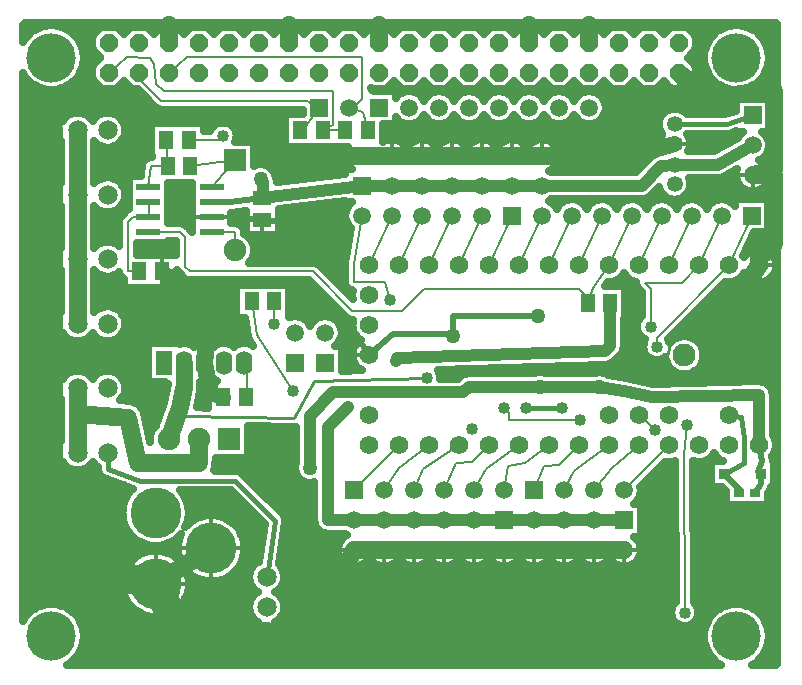
<source format=gbl>
G04 DipTrace 3.0.0.2*
G04 TeensyArbotixProRPIV0.2.gbl*
%MOIN*%
G04 #@! TF.FileFunction,Copper,L2,Bot*
G04 #@! TF.Part,Single*
%AMOUTLINE0*5,1,8,0,0,0.065199,-22.499571*%
G04 #@! TA.AperFunction,ViaPad*
%ADD13C,0.04*%
G04 #@! TA.AperFunction,Conductor*
%ADD14C,0.015*%
%ADD15C,0.01*%
%ADD17C,0.02*%
%ADD18C,0.008*%
%ADD19C,0.1*%
%ADD20C,0.06*%
G04 #@! TA.AperFunction,ViaPad*
%ADD21C,0.05*%
G04 #@! TA.AperFunction,Conductor*
%ADD22C,0.059055*%
%ADD23C,0.056*%
%ADD24C,0.051181*%
%ADD25C,0.05315*%
G04 #@! TA.AperFunction,CopperBalancing*
%ADD29C,0.025*%
%ADD30C,0.013*%
%ADD31R,0.051181X0.059055*%
%ADD35R,0.059055X0.051181*%
G04 #@! TA.AperFunction,ComponentPad*
%ADD37R,0.059055X0.059055*%
%ADD38C,0.059055*%
%ADD40R,0.035433X0.037402*%
G04 #@! TA.AperFunction,ComponentPad*
%ADD41C,0.17*%
%ADD43C,0.065199*%
%ADD45C,0.05315*%
%ADD46R,0.074803X0.074803*%
%ADD47C,0.074803*%
%ADD49R,0.035433X0.027559*%
G04 #@! TA.AperFunction,ComponentPad*
%ADD52C,0.076*%
%ADD55R,0.056X0.08*%
%ADD56O,0.056X0.08*%
%ADD59C,0.06194*%
%ADD60R,0.07874X0.023622*%
G04 #@! TA.AperFunction,ViaPad*
%ADD62C,0.165*%
G04 #@! TA.AperFunction,ComponentPad*
%ADD125OUTLINE0*%
%FSLAX26Y26*%
G04*
G70*
G90*
G75*
G01*
G04 Bottom*
%LPD*%
X1540987Y918701D2*
D13*
X1640987D1*
X1740987D1*
X1840987D1*
X1940987D1*
X2040987D1*
X2140987D1*
X2240987D1*
X2340987D1*
X2440987D1*
X2393504Y1643701D2*
Y1499331D1*
X2376032Y1481858D1*
X1540987Y918701D2*
X1453701D1*
Y1228911D1*
X1519158Y1294368D1*
X2376032Y1481858D2*
X1683701Y1458701D1*
X1678701Y1448701D1*
X1565987Y2033701D2*
X1665987D1*
X1765987D1*
X1865987D1*
X1965987D1*
X2065987D1*
X2165987D1*
X2896054Y1071992D2*
D17*
X2887936Y1077974D1*
X2899744Y1116835D1*
X2890987Y1168701D1*
X1565987Y2033701D2*
D13*
X1233701Y1993701D1*
D17*
X1125407Y1978701D1*
X1066299D1*
X2608701Y2103701D2*
D13*
X2752630D1*
X2868701Y2168701D1*
X2165987Y2033701D2*
X2498701D1*
X2563701Y2098701D1*
X2608701Y2103701D1*
X2159593Y1362487D2*
X1922487D1*
X1904717Y1344717D1*
X1471637D1*
X1393701Y1266781D1*
Y1093701D1*
X2357454Y1361815D2*
X2356782Y1362487D1*
X2159593D1*
X1233701Y1993701D2*
X1238263D1*
Y2045547D1*
X1228986Y2054824D1*
X2890987Y1168701D2*
Y1335936D1*
X2533701Y1328701D1*
X2438701Y1348701D1*
X2357454Y1361815D1*
X2896054Y1071992D2*
D17*
X2898315Y1040805D1*
X2875649Y1010104D1*
X2293701Y1253701D2*
D18*
X2057701D1*
Y1274701D1*
X2038701Y1293701D1*
X2543701Y1218701D2*
X2493701Y1268701D1*
X2490987D1*
X1765987Y1933701D2*
X1690987Y1768701D1*
X1565987Y1933701D2*
X1538701Y1773701D1*
Y1713701D1*
X1643701D1*
X1658701Y1653701D1*
X2865987Y1933701D2*
X2790987Y1768701D1*
X2549327Y1527041D1*
Y1496848D1*
X2765987Y1933701D2*
X2690987Y1768701D1*
X2631987Y1709701D1*
X2509701D1*
X2528701Y1690701D1*
Y1563701D1*
X1865987Y1933701D2*
X1790987Y1768701D1*
X1665987Y1933701D2*
X1590987Y1768701D1*
X1540987Y1018701D2*
X1690987Y1168701D1*
X1640987Y1018701D2*
X1688701Y1093701D1*
X1790987Y1168701D1*
X1740987Y1018701D2*
X1768701Y1088701D1*
X1890987Y1168701D1*
X1840987Y1018701D2*
X1878701Y1108701D1*
X1933701Y1113701D1*
X1990987Y1168701D1*
X1940987Y1018701D2*
X1978701Y1088701D1*
X2090987Y1168701D1*
X2040987Y1018701D2*
X2053701Y1098701D1*
X2108701Y1108701D1*
X2190987Y1168701D1*
X2665987Y1933701D2*
X2590987Y1768701D1*
X2140987Y1018701D2*
X2173701Y1098701D1*
X2223701Y1103701D1*
X2290987Y1168701D1*
X2240987Y1018701D2*
X2273701Y1083701D1*
X2390987Y1168701D1*
X2340987Y1018701D2*
X2398701Y1093701D1*
X2490987Y1168701D1*
X2440987Y1018701D2*
X2590987Y1168701D1*
X2565987Y1933701D2*
X2490987Y1768701D1*
X2465987Y1933701D2*
X2390987Y1768701D1*
X2318701Y1643701D2*
X2317925D1*
Y1661187D1*
X2289394Y1689718D1*
X1772767D1*
X1699319Y1616271D1*
X1533131D1*
X1401701Y1747701D1*
X993701D1*
X977701Y1763701D1*
Y1861701D1*
X960701Y1878701D1*
X853701D1*
X2390987Y1768701D2*
X2335334Y1694125D1*
X2318701Y1643701D1*
X2365987Y1933701D2*
X2290987Y1768701D1*
X2265987Y1933701D2*
X2190987Y1768701D1*
X2165987Y1933701D2*
X2090987Y1768701D1*
X2065987Y1933701D2*
X1990987Y1768701D1*
X1965987Y1933701D2*
X1890987Y1768701D1*
X1335072Y1349685D2*
X1215084Y1536538D1*
X1198898Y1648562D1*
X718701Y1143701D2*
D14*
Y1088701D1*
X827639Y1050869D1*
X1143076D1*
X1276973Y916973D1*
X1248701Y728701D1*
X2113701Y1293701D2*
X2233701D1*
X518701Y2218701D2*
D19*
Y2003701D1*
Y1788701D1*
Y1573701D1*
Y1480462D1*
Y1358701D1*
Y1143701D1*
Y778701D1*
X878701Y706851D1*
D20*
X1063740Y824961D1*
X878701Y706851D2*
D19*
X963701Y533701D1*
X1248701Y528701D1*
X1540987Y818701D2*
D22*
X1640987D1*
X1740987D1*
X1840987D1*
X1940987D1*
X2040987D1*
X2140987D1*
X2240987D1*
X2340987D1*
X2440987D1*
X1248701Y528701D2*
D20*
X1393701D1*
X1514032Y765626D1*
D22*
X1540987Y818701D1*
X1565987Y2133701D2*
X1665987D1*
X1765987D1*
X1865987D1*
X1965987D1*
X2065987D1*
X2165987D1*
X1039290Y1443701D2*
D23*
X1059697Y1343369D1*
D24*
X1103898Y1328701D1*
X518701Y2218701D2*
D20*
X583701Y2301419D1*
X658280D1*
X765848D1*
X807066Y2260201D1*
X1170194D1*
X1243158Y2150369D1*
X1427806Y2133701D1*
X1565987D1*
X1066299Y1928701D2*
D15*
X1213911D1*
X1220827Y1914675D1*
X1233701Y1918898D1*
X2165987Y2133701D2*
D22*
X2225490D1*
D20*
X2439599Y2126141D1*
D25*
X2608701Y2173701D1*
X2868701Y2068701D2*
D22*
X2938516Y2084755D1*
Y2348684D1*
X2728701Y2328701D1*
D20*
X2675889Y2364889D1*
X2623229Y2410630D1*
X2868701Y2068701D2*
D22*
X2939223D1*
D20*
Y1839223D1*
X2890987Y1790987D1*
Y1768701D1*
X898701Y1748701D2*
D24*
X936680Y1702864D1*
D20*
X954192Y1681730D1*
X1019452Y1602967D1*
X1043701Y1573701D1*
X1047866Y1513534D1*
D23*
X1039290Y1443701D1*
X518701Y1480462D2*
D20*
X778701D1*
X858701Y1543701D1*
X1019452Y1602967D1*
X1448701Y1898701D2*
D17*
X1292967Y1913331D1*
X1233701Y1918898D1*
X2753701Y1554971D2*
D20*
X2890987Y1768701D1*
X1590987Y1468701D2*
D17*
X1523525Y1573525D1*
X1378349Y1718701D1*
X983701D1*
X954192Y1681730D1*
X1590987Y1468701D2*
X1668701Y1538701D1*
X1868701D1*
Y1598008D1*
X2153311D1*
X1868701Y1533701D2*
D15*
Y1538701D1*
X2753701Y1554971D2*
X2601575Y1535424D1*
X2583966Y1464016D1*
Y1390152D1*
X2542903D1*
X2753701Y1554971D2*
X2718180Y1512697D1*
X2713180Y1387697D1*
X658280Y2301419D2*
D13*
Y2568994D1*
X923229D1*
X1323229D1*
X1623229D1*
X2123229D1*
X2323229D1*
X2697654D1*
Y2364889D1*
X2675889D1*
X923229Y2510630D2*
D20*
Y2568994D1*
X1323229Y2510630D2*
Y2568994D1*
X1623229Y2510630D2*
Y2568994D1*
X2123229Y2510630D2*
Y2568994D1*
X2323229Y2510630D2*
Y2568994D1*
X2608701Y2238701D2*
D14*
X2783701D1*
X2868701Y2268701D1*
X1178701Y1328701D2*
D18*
X1186701Y1443701D1*
X1173290D1*
X1066299Y1878701D2*
X1143701D1*
Y1818701D1*
X1066299Y2028701D2*
X1143701Y2117914D1*
X993504Y2098701D2*
X1143701Y2117914D1*
X918701Y2098701D2*
X863701D1*
X853701Y2028701D1*
X913898Y2187063D2*
X918701Y2098701D1*
X1273701Y1573701D2*
Y1648562D1*
X1102916Y2200666D2*
Y2187063D1*
X988701D1*
X853701Y1978701D2*
X856331D1*
Y1928701D1*
X853701D1*
X801701D1*
X785701Y1912701D1*
Y1748701D1*
X823898D1*
X2650227Y1236015D2*
X2639900Y1135706D1*
X2642851Y610559D1*
X823229Y2410630D2*
X811202Y2404000D1*
X898315Y2316887D1*
X1382025D1*
X1423701Y2293701D1*
X1371299Y2218701D1*
X1361299D1*
X723229Y2410630D2*
X783156Y2461974D1*
X860736Y2459958D1*
X874843Y2440815D1*
X878873Y2372302D1*
X905068Y2349129D1*
X1469381D1*
Y2236247D1*
X1436103Y2218701D1*
X1511299D1*
X923229Y2410630D2*
X984458Y2460966D1*
X1567023D1*
Y2322933D1*
X1537790Y2293701D1*
X1523701D1*
X1570045Y2278601D1*
X1586103Y2218701D1*
X618701Y1358701D2*
D20*
Y1273461D1*
Y1143701D1*
X1022963Y1189070D2*
Y1108847D1*
X819315D1*
X786340Y1259971D1*
X618701Y1273461D1*
Y2218701D2*
Y2003701D1*
Y1788701D1*
Y1573701D1*
X922963Y1189070D2*
X960883Y1293893D1*
X972289Y1358996D1*
D23*
X972290Y1443701D1*
X922963Y1189070D2*
D15*
X968927Y1264646D1*
X1338927Y1259646D1*
X1405600Y1382660D1*
X1781988Y1393484D1*
X2790987Y1268701D2*
D14*
X2830920Y1263118D1*
X2838701Y1193701D1*
Y1108701D1*
X2772038Y1071992D1*
D17*
X2831604Y1015744D1*
X2824467Y1010104D1*
D13*
X1658701Y1653701D3*
X1335072Y1349685D3*
D21*
X1448701Y1898701D3*
X2753701Y1554971D3*
X2153311Y1598008D3*
X1868701Y1533701D3*
X2542903Y1390152D3*
X2753701Y1554971D3*
X2713180Y1387697D3*
X2753701Y1554971D3*
D13*
X1102916Y2200666D3*
X2650227Y1236015D3*
X2642851Y610559D3*
X1781988Y1393484D3*
D62*
X2814961Y531496D3*
X531496D3*
Y2460630D3*
X2814961D3*
D13*
X1678701Y1448701D3*
X1519158Y1294368D3*
X2376032Y1481858D3*
D21*
X1393701Y1093701D3*
X2357454Y1361815D3*
X2159593Y1362487D3*
X1228986Y2054824D3*
D13*
X2038701Y1293701D3*
X2293701Y1253701D3*
X2543701Y1218701D3*
X1933701Y1223701D3*
X2549327Y1496848D3*
X2528701Y1563701D3*
X2233701Y1293701D3*
X2113701D3*
X1273701Y1573701D3*
X438726Y2551332D2*
D29*
X470347D1*
X592631D2*
X682798D1*
X763676D2*
X782798D1*
X863676D2*
X882798D1*
X963676D2*
X982798D1*
X1063676D2*
X1082798D1*
X1163676D2*
X1182798D1*
X1263676D2*
X1282798D1*
X1363676D2*
X1382798D1*
X1463676D2*
X1482798D1*
X1563676D2*
X1582798D1*
X1663676D2*
X1682798D1*
X1763676D2*
X1782798D1*
X1863676D2*
X1882798D1*
X1963676D2*
X1982798D1*
X2063676D2*
X2082798D1*
X2163676D2*
X2182798D1*
X2263676D2*
X2282798D1*
X2363676D2*
X2382798D1*
X2463676D2*
X2482798D1*
X2563676D2*
X2582798D1*
X2663676D2*
X2753843D1*
X2876079D2*
X2948715D1*
X619634Y2526463D2*
X665366D1*
X2681108D2*
X2726840D1*
X2903080D2*
X2948715D1*
X633940Y2501595D2*
X665122D1*
X2681352D2*
X2712534D1*
X2917387D2*
X2948715D1*
X640776Y2476726D2*
X676011D1*
X2670463D2*
X2705650D1*
X2924272D2*
X2948715D1*
X641655Y2451857D2*
X683335D1*
X2663139D2*
X2704819D1*
X2925103D2*
X2948715D1*
X636626Y2426988D2*
X665415D1*
X2681059D2*
X2709848D1*
X2920074D2*
X2948715D1*
X624760Y2402120D2*
X665122D1*
X2681352D2*
X2721664D1*
X2908256D2*
X2948715D1*
X438726Y2377251D2*
X460336D1*
X602642D2*
X675474D1*
X2671000D2*
X2743832D1*
X2886088D2*
X2948715D1*
X438726Y2352382D2*
X818638D1*
X1599028D2*
X2948715D1*
X438726Y2327513D2*
X843491D1*
X2369634D2*
X2948715D1*
X438726Y2302645D2*
X868344D1*
X2380474D2*
X2811167D1*
X2926226D2*
X2948715D1*
X438726Y2277776D2*
X1366196D1*
X2378862D2*
X2571763D1*
X2645610D2*
X2792807D1*
X2926226D2*
X2948715D1*
X438726Y2252907D2*
X469223D1*
X768168D2*
X1307700D1*
X1763139D2*
X1784263D1*
X1863139D2*
X1884263D1*
X1963139D2*
X1984263D1*
X2063139D2*
X2084263D1*
X2163139D2*
X2184263D1*
X2263139D2*
X2284263D1*
X2363139D2*
X2556088D1*
X2926226D2*
X2948715D1*
X438726Y2228038D2*
X458872D1*
X778570D2*
X860288D1*
X1042290D2*
X1064047D1*
X1141752D2*
X1307700D1*
X1639702D2*
X2555210D1*
X2926226D2*
X2948715D1*
X438726Y2203170D2*
X460239D1*
X777202D2*
X860288D1*
X1150835D2*
X1307700D1*
X1639702D2*
X2563267D1*
X2654155D2*
X2823326D1*
X2914116D2*
X2948715D1*
X438726Y2178301D2*
X474448D1*
X762944D2*
X860288D1*
X1209087D2*
X1307700D1*
X1700738D2*
X1731235D1*
X1800738D2*
X1831235D1*
X1900738D2*
X1931235D1*
X2000738D2*
X2031235D1*
X2100738D2*
X2131235D1*
X2200738D2*
X2554331D1*
X2663091D2*
X2790268D1*
X2925395D2*
X2948715D1*
X438726Y2153432D2*
X560727D1*
X676664D2*
X860288D1*
X1209087D2*
X1512095D1*
X2219878D2*
X2558238D1*
X2659184D2*
X2745835D1*
X2924076D2*
X2948715D1*
X438726Y2128563D2*
X560727D1*
X676664D2*
X865122D1*
X1209087D2*
X1508676D1*
X2223295D2*
X2526743D1*
X2908843D2*
X2948715D1*
X438726Y2103694D2*
X560727D1*
X676664D2*
X832163D1*
X1244194D2*
X1517368D1*
X2214604D2*
X2501890D1*
X2913676D2*
X2948715D1*
X438726Y2078826D2*
X560727D1*
X676664D2*
X828599D1*
X1275932D2*
X1508482D1*
X2925298D2*
X2948715D1*
X438726Y2053957D2*
X487046D1*
X750347D2*
X786314D1*
X1285454D2*
X1351158D1*
X2660991D2*
X2813168D1*
X2924223D2*
X2948715D1*
X438726Y2029088D2*
X463950D1*
X773442D2*
X786314D1*
X921050D2*
X998911D1*
X2662358D2*
X2828012D1*
X2909379D2*
X2948715D1*
X438726Y2004219D2*
X458067D1*
X921050D2*
X998911D1*
X2536040D2*
X2567172D1*
X2650200D2*
X2948715D1*
X438726Y1979351D2*
X463462D1*
X921050D2*
X998911D1*
X2199223D2*
X2232748D1*
X2299223D2*
X2332748D1*
X2399223D2*
X2432748D1*
X2499223D2*
X2532748D1*
X2599223D2*
X2632748D1*
X2699223D2*
X2732748D1*
X2923491D2*
X2948715D1*
X438726Y1954482D2*
X485336D1*
X752055D2*
X784898D1*
X921050D2*
X998911D1*
X1291215D2*
X1512534D1*
X2923491D2*
X2948715D1*
X438726Y1929613D2*
X560727D1*
X676664D2*
X759067D1*
X921050D2*
X998911D1*
X1133647D2*
X1176158D1*
X1291215D2*
X1508628D1*
X2923491D2*
X2948715D1*
X438726Y1904744D2*
X560727D1*
X676664D2*
X753696D1*
X977007D2*
X998911D1*
X1160015D2*
X1176158D1*
X1291215D2*
X1516684D1*
X2923491D2*
X2948715D1*
X438726Y1879876D2*
X560727D1*
X676664D2*
X753696D1*
X1291215D2*
X1524399D1*
X2923491D2*
X2948715D1*
X438726Y1855007D2*
X560727D1*
X676664D2*
X753696D1*
X1197563D2*
X1520151D1*
X2865092D2*
X2948715D1*
X438726Y1830138D2*
X475474D1*
X817680D2*
X945738D1*
X1208062D2*
X1515903D1*
X2853814D2*
X2948715D1*
X438726Y1805269D2*
X460532D1*
X817680D2*
X945738D1*
X1207671D2*
X1511655D1*
X438726Y1780400D2*
X458652D1*
X1196099D2*
X1507407D1*
X438726Y1755532D2*
X468491D1*
X1438091D2*
X1506723D1*
X438726Y1730663D2*
X560727D1*
X676664D2*
X759898D1*
X952299D2*
X966579D1*
X1462944D2*
X1506723D1*
X2935210D2*
X2948715D1*
X438726Y1705794D2*
X560727D1*
X676664D2*
X770298D1*
X952299D2*
X1399399D1*
X1487798D2*
X1507798D1*
X2383355D2*
X2477963D1*
X2772271D2*
X2948715D1*
X438726Y1680925D2*
X560727D1*
X676664D2*
X1145298D1*
X1327299D2*
X1424252D1*
X1512700D2*
X1533335D1*
X2447075D2*
X2494272D1*
X2747416D2*
X2948715D1*
X438726Y1656057D2*
X560727D1*
X676664D2*
X1145298D1*
X1327299D2*
X1449155D1*
X2447075D2*
X2496714D1*
X2722563D2*
X2948715D1*
X438726Y1631188D2*
X507798D1*
X529595D2*
X560727D1*
X676664D2*
X707798D1*
X729595D2*
X1145298D1*
X1327299D2*
X1474008D1*
X2447075D2*
X2496714D1*
X2697660D2*
X2948715D1*
X438726Y1606319D2*
X468100D1*
X769292D2*
X1145298D1*
X1327299D2*
X1498862D1*
X2447075D2*
X2496714D1*
X2672807D2*
X2948715D1*
X438726Y1581450D2*
X458652D1*
X778764D2*
X1176303D1*
X1386235D2*
X1401158D1*
X1486235D2*
X1533482D1*
X2441508D2*
X2484311D1*
X2647954D2*
X2948715D1*
X438726Y1556582D2*
X460679D1*
X776714D2*
X1179916D1*
X1499711D2*
X1533335D1*
X2441508D2*
X2481284D1*
X2623051D2*
X2948715D1*
X438726Y1531713D2*
X476059D1*
X561382D2*
X576059D1*
X661382D2*
X676059D1*
X761382D2*
X1183482D1*
X1499907D2*
X1545835D1*
X2441508D2*
X2493832D1*
X2598198D2*
X2630650D1*
X2651323D2*
X2948715D1*
X438726Y1506844D2*
X849302D1*
X990483D2*
X1021079D1*
X1057475D2*
X1088071D1*
X1124516D2*
X1155063D1*
X1487066D2*
X1546860D1*
X2441508D2*
X2502427D1*
X2694243D2*
X2948715D1*
X438726Y1481975D2*
X849302D1*
X1501226D2*
X1533579D1*
X2438042D2*
X2503843D1*
X2705571D2*
X2948715D1*
X438726Y1457107D2*
X849302D1*
X1501226D2*
X1533238D1*
X2418120D2*
X2524692D1*
X2705912D2*
X2948715D1*
X438726Y1432238D2*
X849302D1*
X1501226D2*
X1545347D1*
X2255718D2*
X2586508D1*
X2695463D2*
X2948715D1*
X438726Y1407369D2*
X484458D1*
X552935D2*
X584458D1*
X652935D2*
X684458D1*
X752935D2*
X849302D1*
X1827836D2*
X1912583D1*
X2381743D2*
X2622055D1*
X2659916D2*
X2948715D1*
X438726Y1382500D2*
X463218D1*
X774223D2*
X849302D1*
X2501470D2*
X2948715D1*
X438726Y1357631D2*
X458067D1*
X779302D2*
X913218D1*
X1030278D2*
X1050327D1*
X2933452D2*
X2948715D1*
X438726Y1332763D2*
X464194D1*
X773198D2*
X908872D1*
X1026519D2*
X1050327D1*
X438726Y1307894D2*
X488023D1*
X816802D2*
X904428D1*
X1022172D2*
X1050327D1*
X438726Y1283025D2*
X560727D1*
X839311D2*
X895444D1*
X438726Y1258156D2*
X560727D1*
X846050D2*
X886460D1*
X438726Y1233288D2*
X560727D1*
X851470D2*
X875718D1*
X438726Y1208419D2*
X560727D1*
X1188383D2*
X1345738D1*
X438726Y1183550D2*
X473911D1*
X1188383D2*
X1345738D1*
X438726Y1158681D2*
X460044D1*
X1188383D2*
X1345738D1*
X438726Y1133813D2*
X458970D1*
X1188383D2*
X1345738D1*
X438726Y1108944D2*
X469663D1*
X1080962D2*
X1343051D1*
X2575444D2*
X2608042D1*
X2672026D2*
X2726303D1*
X438726Y1084075D2*
X683530D1*
X1075103D2*
X1341635D1*
X2550542D2*
X2608188D1*
X2672172D2*
X2726303D1*
X438726Y1059206D2*
X701450D1*
X1183891D2*
X1354331D1*
X2525688D2*
X2608335D1*
X2672319D2*
X2726303D1*
X438726Y1034337D2*
X772202D1*
X1208744D2*
X1405698D1*
X2500835D2*
X2608482D1*
X2672466D2*
X2726303D1*
X438726Y1009469D2*
X787876D1*
X969536D2*
X1135336D1*
X1233647D2*
X1405698D1*
X2497759D2*
X2608628D1*
X2672612D2*
X2778744D1*
X2921782D2*
X2948715D1*
X438726Y984600D2*
X773814D1*
X983599D2*
X1160191D1*
X1258500D2*
X1405698D1*
X2486675D2*
X2608774D1*
X2672759D2*
X2778744D1*
X2921343D2*
X2948715D1*
X438726Y959731D2*
X766978D1*
X990435D2*
X1185044D1*
X1283355D2*
X1405698D1*
X2498491D2*
X2608920D1*
X2672856D2*
X2948715D1*
X438726Y934862D2*
X766000D1*
X991411D2*
X1049742D1*
X1077739D2*
X1209946D1*
X1307183D2*
X1405698D1*
X2498491D2*
X2609019D1*
X2673003D2*
X2948715D1*
X438726Y909994D2*
X770786D1*
X1136822D2*
X1234799D1*
X1311772D2*
X1406576D1*
X2498491D2*
X2609164D1*
X2673150D2*
X2948715D1*
X438726Y885125D2*
X782114D1*
X1158940D2*
X1236314D1*
X1308062D2*
X1420492D1*
X2498491D2*
X2609311D1*
X2673295D2*
X2948715D1*
X438726Y860256D2*
X803062D1*
X1170952D2*
X1232603D1*
X1304302D2*
X1502427D1*
X2479546D2*
X2609458D1*
X2673442D2*
X2948715D1*
X438726Y835387D2*
X851402D1*
X906011D2*
X951255D1*
X1176226D2*
X1228843D1*
X1300591D2*
X1486070D1*
X2495903D2*
X2609604D1*
X2673588D2*
X2948715D1*
X438726Y810519D2*
X837974D1*
X919439D2*
X951694D1*
X1175786D2*
X1225131D1*
X1296831D2*
X1484067D1*
X2497906D2*
X2609751D1*
X2673735D2*
X2948715D1*
X438726Y785650D2*
X798715D1*
X1169487D2*
X1221372D1*
X1293120D2*
X1494467D1*
X2487504D2*
X2609898D1*
X2673832D2*
X2948715D1*
X438726Y760781D2*
X779771D1*
X1156206D2*
X1197739D1*
X1299663D2*
X2609995D1*
X2673979D2*
X2948715D1*
X438726Y735912D2*
X769614D1*
X1131646D2*
X1188559D1*
X1308843D2*
X2610142D1*
X2674126D2*
X2948715D1*
X438726Y711044D2*
X765756D1*
X991607D2*
X1190855D1*
X1306547D2*
X2610288D1*
X2674272D2*
X2948715D1*
X438726Y686175D2*
X767660D1*
X989751D2*
X1206626D1*
X1290776D2*
X2610435D1*
X2674419D2*
X2948715D1*
X438726Y661306D2*
X775523D1*
X981890D2*
X1198130D1*
X1299272D2*
X2610580D1*
X2674566D2*
X2948715D1*
X438726Y636437D2*
X503452D1*
X559526D2*
X791050D1*
X966362D2*
X1188608D1*
X1308794D2*
X2602915D1*
X2682768D2*
X2786948D1*
X2842974D2*
X2948715D1*
X438726Y611568D2*
X456505D1*
X606450D2*
X820248D1*
X937163D2*
X1190708D1*
X1306694D2*
X2594858D1*
X2690826D2*
X2739975D1*
X2889946D2*
X2948715D1*
X626811Y586700D2*
X1206040D1*
X1291362D2*
X2601596D1*
X2684087D2*
X2719614D1*
X2910307D2*
X2948715D1*
X637651Y561831D2*
X1198471D1*
X1298931D2*
X2708823D1*
X2921099D2*
X2948715D1*
X641851Y536962D2*
X1188706D1*
X1308696D2*
X2704575D1*
X2925347D2*
X2948715D1*
X640239Y512093D2*
X1190512D1*
X1306890D2*
X2706235D1*
X2923687D2*
X2948715D1*
X632524Y487225D2*
X1205503D1*
X1291899D2*
X2713950D1*
X2915971D2*
X2948715D1*
X616948Y462356D2*
X2729478D1*
X2900444D2*
X2948715D1*
X587163Y437487D2*
X2759311D1*
X2870610D2*
X2944663D1*
X1235110Y1703589D2*
X1324792D1*
Y1595381D1*
X1330855Y1597208D1*
X1339383Y1598559D1*
X1348019D1*
X1356547Y1597208D1*
X1364759Y1594540D1*
X1372453Y1590620D1*
X1379439Y1585545D1*
X1385545Y1579439D1*
X1390620Y1572453D1*
X1393685Y1566614D1*
X1396782Y1572453D1*
X1401857Y1579439D1*
X1407963Y1585545D1*
X1414949Y1590620D1*
X1422643Y1594540D1*
X1430855Y1597208D1*
X1439383Y1598559D1*
X1448019D1*
X1456547Y1597208D1*
X1464759Y1594540D1*
X1472453Y1590620D1*
X1479439Y1585545D1*
X1485545Y1579439D1*
X1490620Y1572453D1*
X1494540Y1564759D1*
X1497208Y1556547D1*
X1498559Y1548019D1*
Y1539383D1*
X1497208Y1530855D1*
X1494540Y1522643D1*
X1490620Y1514949D1*
X1485545Y1507963D1*
X1479439Y1501857D1*
X1475357Y1498723D1*
X1498729Y1498729D1*
Y1415868D1*
X1566521Y1417801D1*
X1559172Y1422047D1*
X1553273Y1426671D1*
X1548040Y1432036D1*
X1543563Y1438045D1*
X1539921Y1444596D1*
X1537179Y1451570D1*
X1535383Y1458847D1*
X1534568Y1466297D1*
X1534747Y1473789D1*
X1535916Y1481192D1*
X1538055Y1488374D1*
X1541126Y1495210D1*
X1545076Y1501580D1*
X1549835Y1507370D1*
X1555318Y1512479D1*
X1561429Y1516816D1*
X1564753Y1518692D1*
X1557795Y1523016D1*
X1551057Y1528771D1*
X1545302Y1535509D1*
X1540672Y1543065D1*
X1537281Y1551251D1*
X1535213Y1559868D1*
X1534517Y1568701D1*
X1535213Y1577534D1*
X1537515Y1586785D1*
X1528517Y1587134D1*
X1521843Y1589016D1*
X1515792Y1592404D1*
X1512272Y1595411D1*
X1389201Y1718201D1*
X991386Y1718292D1*
X984586Y1719645D1*
X978288Y1722547D1*
X972841Y1726841D1*
X972614Y1727087D1*
X955269Y1744542D1*
X951416Y1750309D1*
X949792Y1753729D1*
Y1693673D1*
X772807D1*
Y1722141D1*
X766542Y1726269D1*
X761835Y1731361D1*
X758446Y1737412D1*
X756565Y1744087D1*
X756433Y1744521D1*
X749058Y1739163D1*
X740935Y1735024D1*
X732264Y1732206D1*
X723260Y1730780D1*
X714142D1*
X705138Y1732206D1*
X696467Y1735024D1*
X688344Y1739163D1*
X680969Y1744521D1*
X674180Y1751402D1*
X674201Y1611016D1*
X680969Y1617881D1*
X688344Y1623239D1*
X696467Y1627378D1*
X705138Y1630196D1*
X714142Y1631622D1*
X723260D1*
X732264Y1630196D1*
X740935Y1627378D1*
X749058Y1623239D1*
X756433Y1617881D1*
X762881Y1611433D1*
X768239Y1604058D1*
X772378Y1595935D1*
X775196Y1587264D1*
X776622Y1578260D1*
Y1569142D1*
X775196Y1560138D1*
X772378Y1551467D1*
X768239Y1543344D1*
X762881Y1535969D1*
X756433Y1529521D1*
X749058Y1524163D1*
X740935Y1520024D1*
X732264Y1517206D1*
X723260Y1515780D1*
X714142D1*
X705138Y1517206D1*
X696467Y1520024D1*
X688344Y1524163D1*
X680969Y1529521D1*
X674521Y1535969D1*
X668719Y1544137D1*
X662881Y1535969D1*
X656433Y1529521D1*
X649058Y1524163D1*
X640935Y1520024D1*
X632264Y1517206D1*
X623260Y1515780D1*
X614142D1*
X605138Y1517206D1*
X596467Y1520024D1*
X588344Y1524163D1*
X580969Y1529521D1*
X574521Y1535969D1*
X568719Y1544137D1*
X563567Y1536786D1*
X558441Y1531319D1*
X552655Y1526555D1*
X546303Y1522576D1*
X539492Y1519449D1*
X532335Y1517223D1*
X524952Y1515939D1*
X517463Y1515614D1*
X509996Y1516257D1*
X502675Y1517856D1*
X495618Y1520383D1*
X488948Y1523798D1*
X482771Y1528044D1*
X477192Y1533049D1*
X472305Y1538730D1*
X468189Y1544994D1*
X464914Y1551735D1*
X462533Y1558843D1*
X461088Y1566196D1*
X460601Y1573675D1*
X461082Y1581155D1*
X462520Y1588511D1*
X464894Y1595620D1*
X468163Y1602364D1*
X472273Y1608630D1*
X477156Y1614316D1*
X482730Y1619327D1*
X488903Y1623578D1*
X495571Y1626999D1*
X502625Y1629532D1*
X509946Y1631137D1*
X517412Y1631786D1*
X524900Y1631469D1*
X532285Y1630191D1*
X539444Y1627971D1*
X546257Y1624849D1*
X552613Y1620877D1*
X558404Y1616118D1*
X563201Y1611201D1*
Y1751386D1*
X558441Y1746319D1*
X552655Y1741555D1*
X546303Y1737576D1*
X539492Y1734449D1*
X532335Y1732223D1*
X524952Y1730939D1*
X517463Y1730614D1*
X509996Y1731257D1*
X502675Y1732856D1*
X495618Y1735383D1*
X488948Y1738798D1*
X482771Y1743044D1*
X477192Y1748049D1*
X472305Y1753730D1*
X468189Y1759994D1*
X464914Y1766735D1*
X462533Y1773843D1*
X461088Y1781196D1*
X460601Y1788675D1*
X461082Y1796155D1*
X462520Y1803511D1*
X464894Y1810620D1*
X468163Y1817364D1*
X472273Y1823630D1*
X477156Y1829316D1*
X482730Y1834327D1*
X488903Y1838578D1*
X495571Y1841999D1*
X502625Y1844532D1*
X509946Y1846137D1*
X517412Y1846786D1*
X524900Y1846469D1*
X532285Y1845191D1*
X539444Y1842971D1*
X546257Y1839849D1*
X552613Y1835877D1*
X558404Y1831118D1*
X563201Y1826201D1*
Y1966386D1*
X558441Y1961319D1*
X552655Y1956555D1*
X546303Y1952576D1*
X539492Y1949449D1*
X532335Y1947223D1*
X524952Y1945939D1*
X517463Y1945614D1*
X509996Y1946257D1*
X502675Y1947856D1*
X495618Y1950383D1*
X488948Y1953798D1*
X482771Y1958044D1*
X477192Y1963049D1*
X472305Y1968730D1*
X468189Y1974994D1*
X464914Y1981735D1*
X462533Y1988843D1*
X461088Y1996196D1*
X460601Y2003675D1*
X461082Y2011155D1*
X462520Y2018511D1*
X464894Y2025620D1*
X468163Y2032364D1*
X472273Y2038630D1*
X477156Y2044316D1*
X482730Y2049327D1*
X488903Y2053578D1*
X495571Y2056999D1*
X502625Y2059532D1*
X509946Y2061137D1*
X517412Y2061786D1*
X524900Y2061469D1*
X532285Y2060191D1*
X539444Y2057971D1*
X546257Y2054849D1*
X552613Y2050877D1*
X558404Y2046118D1*
X563201Y2041201D1*
Y2181386D1*
X558441Y2176319D1*
X552655Y2171555D1*
X546303Y2167576D1*
X539492Y2164449D1*
X532335Y2162223D1*
X524952Y2160939D1*
X517463Y2160614D1*
X509996Y2161257D1*
X502675Y2162856D1*
X495618Y2165383D1*
X488948Y2168798D1*
X482771Y2173044D1*
X477192Y2178049D1*
X472305Y2183730D1*
X468189Y2189994D1*
X464914Y2196735D1*
X462533Y2203843D1*
X461088Y2211196D1*
X460601Y2218675D1*
X461082Y2226155D1*
X462520Y2233511D1*
X464894Y2240620D1*
X468163Y2247364D1*
X472273Y2253630D1*
X477156Y2259316D1*
X482730Y2264327D1*
X488903Y2268578D1*
X495571Y2271999D1*
X502625Y2274532D1*
X509946Y2276137D1*
X517412Y2276786D1*
X524900Y2276469D1*
X532285Y2275191D1*
X539444Y2272971D1*
X546257Y2269849D1*
X552613Y2265877D1*
X558404Y2261118D1*
X563534Y2255655D1*
X568694Y2248277D1*
X574521Y2256433D1*
X580969Y2262881D1*
X588344Y2268239D1*
X596467Y2272378D1*
X605138Y2275196D1*
X614142Y2276622D1*
X623260D1*
X632264Y2275196D1*
X640935Y2272378D1*
X649058Y2268239D1*
X656433Y2262881D1*
X662881Y2256433D1*
X668683Y2248265D1*
X674521Y2256433D1*
X680969Y2262881D1*
X688344Y2268239D1*
X696467Y2272378D1*
X705138Y2275196D1*
X714142Y2276622D1*
X723260D1*
X732264Y2275196D1*
X740935Y2272378D1*
X749058Y2268239D1*
X756433Y2262881D1*
X762881Y2256433D1*
X768239Y2249058D1*
X772378Y2240935D1*
X775196Y2232264D1*
X776622Y2223260D1*
Y2214142D1*
X775196Y2205138D1*
X772378Y2196467D1*
X768239Y2188344D1*
X762881Y2180969D1*
X756433Y2174521D1*
X749058Y2169163D1*
X740935Y2165024D1*
X732264Y2162206D1*
X723260Y2160780D1*
X714142D1*
X705138Y2162206D1*
X696467Y2165024D1*
X688344Y2169163D1*
X680969Y2174521D1*
X674180Y2181402D1*
X674201Y2041016D1*
X680969Y2047881D1*
X688344Y2053239D1*
X696467Y2057378D1*
X705138Y2060196D1*
X714142Y2061622D1*
X723260D1*
X732264Y2060196D1*
X740935Y2057378D1*
X749058Y2053239D1*
X756433Y2047881D1*
X762881Y2041433D1*
X768239Y2034058D1*
X772378Y2025935D1*
X775196Y2017264D1*
X776622Y2008260D1*
Y1999142D1*
X775196Y1990138D1*
X772378Y1981467D1*
X768239Y1973344D1*
X762881Y1965969D1*
X756433Y1959521D1*
X749058Y1954163D1*
X740935Y1950024D1*
X732264Y1947206D1*
X723260Y1945780D1*
X714142D1*
X705138Y1947206D1*
X696467Y1950024D1*
X688344Y1954163D1*
X680969Y1959521D1*
X674180Y1966402D1*
X674201Y1826016D1*
X680969Y1832881D1*
X688344Y1838239D1*
X696467Y1842378D1*
X705138Y1845196D1*
X714142Y1846622D1*
X723260D1*
X732264Y1845196D1*
X740935Y1842378D1*
X749058Y1838239D1*
X756223Y1833046D1*
X756292Y1915016D1*
X757645Y1921816D1*
X760547Y1928114D1*
X764841Y1933561D1*
X765087Y1933788D1*
X782542Y1951133D1*
X788309Y1954986D1*
X788679Y1955156D1*
X788309Y1954986D1*
X788677Y1955156D1*
X788831Y2016012D1*
Y2066012D1*
X829211D1*
X834915Y2105151D1*
X837215Y2111693D1*
X840981Y2117517D1*
X846002Y2122301D1*
X851999Y2125781D1*
X858645Y2127764D1*
X863701Y2128201D1*
X867656D1*
X867610Y2132003D1*
X862807Y2132036D1*
Y2242091D1*
X1039792D1*
Y2216554D1*
X1060332Y2216563D1*
X1062376Y2221322D1*
X1066107Y2227410D1*
X1070743Y2232839D1*
X1076172Y2237475D1*
X1082260Y2241206D1*
X1088856Y2243939D1*
X1095798Y2245605D1*
X1102916Y2246166D1*
X1110034Y2245605D1*
X1116977Y2243939D1*
X1123572Y2241206D1*
X1129660Y2237475D1*
X1135089Y2232839D1*
X1139726Y2227410D1*
X1143457Y2221322D1*
X1146189Y2214726D1*
X1147856Y2207784D1*
X1148416Y2200666D1*
X1147856Y2193547D1*
X1146189Y2186605D1*
X1143826Y2180807D1*
X1206603Y2180815D1*
Y2100103D1*
X1213381Y2102853D1*
X1221086Y2104702D1*
X1228986Y2105324D1*
X1236886Y2104702D1*
X1244591Y2102853D1*
X1251912Y2099820D1*
X1258670Y2095680D1*
X1264694Y2090533D1*
X1269841Y2084508D1*
X1273982Y2077751D1*
X1277015Y2070429D1*
X1278803Y2066204D1*
X1281536Y2059608D1*
X1283202Y2052666D1*
X1283763Y2045533D1*
X1510939Y2072903D1*
X1510960Y2088729D1*
X1534251D1*
X1526834Y2095034D1*
X1521944Y2100713D1*
X1517870Y2107004D1*
X1514688Y2113789D1*
X1512458Y2120944D1*
X1511222Y2128335D1*
X1511000Y2135826D1*
X1511799Y2143278D1*
X1513603Y2150551D1*
X1516378Y2157513D1*
X1519851Y2163677D1*
X1310209Y2163673D1*
Y2273729D1*
X1368656D1*
X1368673Y2287355D1*
X896000Y2287478D1*
X889200Y2288831D1*
X882902Y2291734D1*
X877456Y2296028D1*
X877229Y2296273D1*
X818449Y2355034D1*
X806764Y2355326D1*
X800995Y2356953D1*
X795765Y2359882D1*
X792722Y2362481D1*
X773454Y2381932D1*
X771378Y2380124D1*
X750692Y2359882D1*
X745462Y2356953D1*
X739693Y2355326D1*
X735704Y2355012D1*
X706764Y2355326D1*
X700995Y2356953D1*
X695765Y2359882D1*
X692722Y2362481D1*
X672481Y2383167D1*
X669551Y2388397D1*
X667924Y2394166D1*
X667610Y2398155D1*
X667924Y2427095D1*
X669551Y2432864D1*
X672481Y2438093D1*
X675079Y2441137D1*
X694530Y2460404D1*
X692722Y2462481D1*
X672481Y2483167D1*
X669551Y2488397D1*
X667924Y2494166D1*
X667610Y2498155D1*
X667924Y2527095D1*
X669551Y2532864D1*
X672481Y2538093D1*
X675079Y2541137D1*
X695765Y2561378D1*
X700995Y2564307D1*
X706764Y2565935D1*
X710753Y2566248D1*
X739693Y2565935D1*
X745462Y2564307D1*
X750692Y2561378D1*
X753735Y2558780D1*
X773003Y2539328D1*
X775079Y2541137D1*
X795765Y2561378D1*
X800995Y2564307D1*
X806764Y2565935D1*
X810753Y2566248D1*
X839693Y2565935D1*
X845462Y2564307D1*
X850692Y2561378D1*
X853735Y2558780D1*
X873003Y2539328D1*
X876847Y2542904D1*
X895765Y2561378D1*
X900995Y2564307D1*
X906764Y2565935D1*
X913253Y2566248D1*
X939693Y2565935D1*
X945462Y2564307D1*
X950692Y2561378D1*
X955503Y2557012D1*
X973003Y2539328D1*
X975079Y2541137D1*
X995765Y2561378D1*
X1000995Y2564307D1*
X1006764Y2565935D1*
X1010753Y2566248D1*
X1039693Y2565935D1*
X1045462Y2564307D1*
X1050692Y2561378D1*
X1053735Y2558780D1*
X1073003Y2539328D1*
X1075079Y2541137D1*
X1095765Y2561378D1*
X1100995Y2564307D1*
X1106764Y2565935D1*
X1110753Y2566248D1*
X1139693Y2565935D1*
X1145462Y2564307D1*
X1150692Y2561378D1*
X1153735Y2558780D1*
X1173003Y2539328D1*
X1175079Y2541137D1*
X1195765Y2561378D1*
X1200995Y2564307D1*
X1206764Y2565935D1*
X1210753Y2566248D1*
X1239693Y2565935D1*
X1245462Y2564307D1*
X1250692Y2561378D1*
X1253735Y2558780D1*
X1273003Y2539328D1*
X1276847Y2542904D1*
X1295765Y2561378D1*
X1300995Y2564307D1*
X1306764Y2565935D1*
X1313253Y2566248D1*
X1339693Y2565935D1*
X1345462Y2564307D1*
X1350692Y2561378D1*
X1355503Y2557012D1*
X1373003Y2539328D1*
X1375079Y2541137D1*
X1395765Y2561378D1*
X1400995Y2564307D1*
X1406764Y2565935D1*
X1410753Y2566248D1*
X1439693Y2565935D1*
X1445462Y2564307D1*
X1450692Y2561378D1*
X1453735Y2558780D1*
X1473003Y2539328D1*
X1475079Y2541137D1*
X1495765Y2561378D1*
X1500995Y2564307D1*
X1506764Y2565935D1*
X1510753Y2566248D1*
X1539693Y2565935D1*
X1545462Y2564307D1*
X1550692Y2561378D1*
X1553735Y2558780D1*
X1573003Y2539328D1*
X1576847Y2542904D1*
X1595765Y2561378D1*
X1600995Y2564307D1*
X1606764Y2565935D1*
X1613253Y2566248D1*
X1639693Y2565935D1*
X1645462Y2564307D1*
X1650692Y2561378D1*
X1655503Y2557012D1*
X1673003Y2539328D1*
X1675079Y2541137D1*
X1695765Y2561378D1*
X1700995Y2564307D1*
X1706764Y2565935D1*
X1710753Y2566248D1*
X1739693Y2565935D1*
X1745462Y2564307D1*
X1750692Y2561378D1*
X1753735Y2558780D1*
X1773003Y2539328D1*
X1775079Y2541137D1*
X1795765Y2561378D1*
X1800995Y2564307D1*
X1806764Y2565935D1*
X1810753Y2566248D1*
X1839693Y2565935D1*
X1845462Y2564307D1*
X1850692Y2561378D1*
X1853735Y2558780D1*
X1872994Y2539340D1*
X1875079Y2541137D1*
X1895765Y2561378D1*
X1900995Y2564307D1*
X1906764Y2565935D1*
X1910753Y2566248D1*
X1939693Y2565935D1*
X1945462Y2564307D1*
X1950692Y2561378D1*
X1953735Y2558780D1*
X1973003Y2539328D1*
X1975079Y2541137D1*
X1995765Y2561378D1*
X2000995Y2564307D1*
X2006764Y2565935D1*
X2010753Y2566248D1*
X2039693Y2565935D1*
X2045462Y2564307D1*
X2050692Y2561378D1*
X2053735Y2558780D1*
X2073003Y2539328D1*
X2076847Y2542904D1*
X2095765Y2561378D1*
X2100995Y2564307D1*
X2106764Y2565935D1*
X2113253Y2566248D1*
X2139693Y2565935D1*
X2145462Y2564307D1*
X2150692Y2561378D1*
X2155503Y2557012D1*
X2173003Y2539328D1*
X2175079Y2541137D1*
X2195765Y2561378D1*
X2200995Y2564307D1*
X2206764Y2565935D1*
X2210753Y2566248D1*
X2239693Y2565935D1*
X2245462Y2564307D1*
X2250692Y2561378D1*
X2253735Y2558780D1*
X2273003Y2539328D1*
X2276847Y2542904D1*
X2295765Y2561378D1*
X2300995Y2564307D1*
X2306764Y2565935D1*
X2313253Y2566248D1*
X2339693Y2565935D1*
X2345462Y2564307D1*
X2350692Y2561378D1*
X2355503Y2557012D1*
X2373003Y2539328D1*
X2375079Y2541137D1*
X2395765Y2561378D1*
X2400995Y2564307D1*
X2406764Y2565935D1*
X2410753Y2566248D1*
X2439693Y2565935D1*
X2445462Y2564307D1*
X2450692Y2561378D1*
X2453735Y2558780D1*
X2473003Y2539328D1*
X2475079Y2541137D1*
X2495765Y2561378D1*
X2500995Y2564307D1*
X2506764Y2565935D1*
X2510753Y2566248D1*
X2539693Y2565935D1*
X2545462Y2564307D1*
X2550692Y2561378D1*
X2553735Y2558780D1*
X2573003Y2539328D1*
X2575079Y2541137D1*
X2595765Y2561378D1*
X2600995Y2564307D1*
X2606764Y2565935D1*
X2610753Y2566248D1*
X2639693Y2565935D1*
X2645462Y2564307D1*
X2650692Y2561378D1*
X2653735Y2558780D1*
X2673977Y2538093D1*
X2676906Y2532864D1*
X2678533Y2527095D1*
X2678847Y2523105D1*
X2678533Y2494166D1*
X2676906Y2488397D1*
X2673977Y2483167D1*
X2671378Y2480124D1*
X2651927Y2460856D1*
X2655503Y2457012D1*
X2673977Y2438093D1*
X2676906Y2432864D1*
X2678533Y2427095D1*
X2678847Y2420605D1*
X2678533Y2394166D1*
X2676906Y2388397D1*
X2673977Y2383167D1*
X2669610Y2378356D1*
X2650692Y2359882D1*
X2645462Y2356953D1*
X2639693Y2355326D1*
X2633204Y2355012D1*
X2606764Y2355326D1*
X2600995Y2356953D1*
X2595765Y2359882D1*
X2590954Y2364248D1*
X2573454Y2381932D1*
X2571378Y2380124D1*
X2550692Y2359882D1*
X2545462Y2356953D1*
X2539693Y2355326D1*
X2535704Y2355012D1*
X2506764Y2355326D1*
X2500995Y2356953D1*
X2495765Y2359882D1*
X2492722Y2362481D1*
X2473463Y2381920D1*
X2471378Y2380124D1*
X2450692Y2359882D1*
X2445462Y2356953D1*
X2439693Y2355326D1*
X2435704Y2355012D1*
X2406764Y2355326D1*
X2400995Y2356953D1*
X2395765Y2359882D1*
X2392722Y2362481D1*
X2373454Y2381932D1*
X2371378Y2380124D1*
X2350692Y2359882D1*
X2345462Y2356953D1*
X2339693Y2355326D1*
X2335704Y2355012D1*
X2306764Y2355326D1*
X2300995Y2356953D1*
X2295765Y2359882D1*
X2292722Y2362481D1*
X2273454Y2381932D1*
X2271378Y2380124D1*
X2250692Y2359882D1*
X2245462Y2356953D1*
X2239693Y2355326D1*
X2235704Y2355012D1*
X2206764Y2355326D1*
X2200995Y2356953D1*
X2195765Y2359882D1*
X2192722Y2362481D1*
X2173454Y2381932D1*
X2171378Y2380124D1*
X2150692Y2359882D1*
X2145462Y2356953D1*
X2139693Y2355326D1*
X2135704Y2355012D1*
X2106764Y2355326D1*
X2100995Y2356953D1*
X2095765Y2359882D1*
X2092722Y2362481D1*
X2073454Y2381932D1*
X2071378Y2380124D1*
X2050692Y2359882D1*
X2045462Y2356953D1*
X2039693Y2355326D1*
X2035704Y2355012D1*
X2006764Y2355326D1*
X2000995Y2356953D1*
X1995765Y2359882D1*
X1992722Y2362481D1*
X1973454Y2381932D1*
X1971378Y2380124D1*
X1950692Y2359882D1*
X1945462Y2356953D1*
X1939693Y2355326D1*
X1935704Y2355012D1*
X1906764Y2355326D1*
X1900995Y2356953D1*
X1895765Y2359882D1*
X1892722Y2362481D1*
X1873454Y2381932D1*
X1871378Y2380124D1*
X1850692Y2359882D1*
X1845462Y2356953D1*
X1839693Y2355326D1*
X1835704Y2355012D1*
X1806764Y2355326D1*
X1800995Y2356953D1*
X1795765Y2359882D1*
X1792722Y2362481D1*
X1773454Y2381932D1*
X1771378Y2380124D1*
X1750692Y2359882D1*
X1745462Y2356953D1*
X1739693Y2355326D1*
X1735704Y2355012D1*
X1706764Y2355326D1*
X1700995Y2356953D1*
X1695765Y2359882D1*
X1692722Y2362481D1*
X1673454Y2381932D1*
X1671378Y2380124D1*
X1650692Y2359882D1*
X1645462Y2356953D1*
X1639693Y2355326D1*
X1635704Y2355012D1*
X1606764Y2355326D1*
X1600995Y2356953D1*
X1597072Y2359008D1*
X1606173Y2348729D1*
X1678729D1*
Y2325437D1*
X1684790Y2332612D1*
X1691357Y2338219D1*
X1698719Y2342731D1*
X1706697Y2346036D1*
X1715093Y2348051D1*
X1723701Y2348729D1*
X1732309Y2348051D1*
X1740705Y2346036D1*
X1748683Y2342731D1*
X1756045Y2338219D1*
X1762612Y2332612D1*
X1768219Y2326045D1*
X1772731Y2318683D1*
X1773685Y2316614D1*
X1776782Y2322453D1*
X1781857Y2329439D1*
X1787963Y2335545D1*
X1794949Y2340620D1*
X1802643Y2344540D1*
X1810855Y2347208D1*
X1819383Y2348559D1*
X1828019D1*
X1836547Y2347208D1*
X1844759Y2344540D1*
X1852453Y2340620D1*
X1859439Y2335545D1*
X1865545Y2329439D1*
X1870620Y2322453D1*
X1873685Y2316614D1*
X1876782Y2322453D1*
X1881857Y2329439D1*
X1887963Y2335545D1*
X1894949Y2340620D1*
X1902643Y2344540D1*
X1910855Y2347208D1*
X1919383Y2348559D1*
X1928019D1*
X1936547Y2347208D1*
X1944759Y2344540D1*
X1952453Y2340620D1*
X1959439Y2335545D1*
X1965545Y2329439D1*
X1970620Y2322453D1*
X1973685Y2316614D1*
X1976782Y2322453D1*
X1981857Y2329439D1*
X1987963Y2335545D1*
X1994949Y2340620D1*
X2002643Y2344540D1*
X2010855Y2347208D1*
X2019383Y2348559D1*
X2028019D1*
X2036547Y2347208D1*
X2044759Y2344540D1*
X2052453Y2340620D1*
X2059439Y2335545D1*
X2065545Y2329439D1*
X2070620Y2322453D1*
X2073685Y2316614D1*
X2076782Y2322453D1*
X2081857Y2329439D1*
X2087963Y2335545D1*
X2094949Y2340620D1*
X2102643Y2344540D1*
X2110855Y2347208D1*
X2119383Y2348559D1*
X2128019D1*
X2136547Y2347208D1*
X2144759Y2344540D1*
X2152453Y2340620D1*
X2159439Y2335545D1*
X2165545Y2329439D1*
X2170620Y2322453D1*
X2173685Y2316614D1*
X2176782Y2322453D1*
X2181857Y2329439D1*
X2187963Y2335545D1*
X2194949Y2340620D1*
X2202643Y2344540D1*
X2210855Y2347208D1*
X2219383Y2348559D1*
X2228019D1*
X2236547Y2347208D1*
X2244759Y2344540D1*
X2252453Y2340620D1*
X2259439Y2335545D1*
X2265545Y2329439D1*
X2270620Y2322453D1*
X2273685Y2316614D1*
X2276782Y2322453D1*
X2281857Y2329439D1*
X2287963Y2335545D1*
X2294949Y2340620D1*
X2302643Y2344540D1*
X2310855Y2347208D1*
X2319383Y2348559D1*
X2328019D1*
X2336547Y2347208D1*
X2344759Y2344540D1*
X2352453Y2340620D1*
X2359439Y2335545D1*
X2365545Y2329439D1*
X2370620Y2322453D1*
X2374540Y2314759D1*
X2377208Y2306547D1*
X2378559Y2298019D1*
Y2289383D1*
X2377208Y2280855D1*
X2374540Y2272643D1*
X2370620Y2264949D1*
X2365545Y2257963D1*
X2359439Y2251857D1*
X2352453Y2246782D1*
X2344759Y2242862D1*
X2336547Y2240194D1*
X2328019Y2238843D1*
X2319383D1*
X2310855Y2240194D1*
X2302643Y2242862D1*
X2294949Y2246782D1*
X2287963Y2251857D1*
X2281857Y2257963D1*
X2276782Y2264949D1*
X2273717Y2270788D1*
X2270620Y2264949D1*
X2265545Y2257963D1*
X2259439Y2251857D1*
X2252453Y2246782D1*
X2244759Y2242862D1*
X2236547Y2240194D1*
X2228019Y2238843D1*
X2219383D1*
X2210855Y2240194D1*
X2202643Y2242862D1*
X2194949Y2246782D1*
X2187963Y2251857D1*
X2181857Y2257963D1*
X2176782Y2264949D1*
X2173717Y2270788D1*
X2170620Y2264949D1*
X2165545Y2257963D1*
X2159439Y2251857D1*
X2152453Y2246782D1*
X2144759Y2242862D1*
X2136547Y2240194D1*
X2128019Y2238843D1*
X2119383D1*
X2110855Y2240194D1*
X2102643Y2242862D1*
X2094949Y2246782D1*
X2087963Y2251857D1*
X2081857Y2257963D1*
X2076782Y2264949D1*
X2073717Y2270788D1*
X2070620Y2264949D1*
X2065545Y2257963D1*
X2059439Y2251857D1*
X2052453Y2246782D1*
X2044759Y2242862D1*
X2036547Y2240194D1*
X2028019Y2238843D1*
X2019383D1*
X2010855Y2240194D1*
X2002643Y2242862D1*
X1994949Y2246782D1*
X1987963Y2251857D1*
X1981857Y2257963D1*
X1976782Y2264949D1*
X1973717Y2270788D1*
X1970620Y2264949D1*
X1965545Y2257963D1*
X1959439Y2251857D1*
X1952453Y2246782D1*
X1944759Y2242862D1*
X1936547Y2240194D1*
X1928019Y2238843D1*
X1919383D1*
X1910855Y2240194D1*
X1902643Y2242862D1*
X1894949Y2246782D1*
X1887963Y2251857D1*
X1881857Y2257963D1*
X1876782Y2264949D1*
X1873717Y2270788D1*
X1870620Y2264949D1*
X1865545Y2257963D1*
X1859439Y2251857D1*
X1852453Y2246782D1*
X1844759Y2242862D1*
X1836547Y2240194D1*
X1828019Y2238843D1*
X1819383D1*
X1810855Y2240194D1*
X1802643Y2242862D1*
X1794949Y2246782D1*
X1787963Y2251857D1*
X1781857Y2257963D1*
X1776782Y2264949D1*
X1773717Y2270788D1*
X1770620Y2264949D1*
X1765545Y2257963D1*
X1759439Y2251857D1*
X1752453Y2246782D1*
X1744759Y2242862D1*
X1736547Y2240194D1*
X1728019Y2238843D1*
X1719383D1*
X1710855Y2240194D1*
X1702643Y2242862D1*
X1694949Y2246782D1*
X1687963Y2251857D1*
X1681857Y2257963D1*
X1678723Y2262045D1*
X1678729Y2238673D1*
X1637176D1*
X1637193Y2180613D1*
X1644743Y2184462D1*
X1651836Y2186878D1*
X1659193Y2188307D1*
X1666676Y2188725D1*
X1674146Y2188121D1*
X1681465Y2186507D1*
X1688495Y2183915D1*
X1695109Y2180390D1*
X1701184Y2176000D1*
X1706604Y2170826D1*
X1711272Y2164963D1*
X1715100Y2158520D1*
X1715979Y2156679D1*
X1720074Y2164033D1*
X1724621Y2169990D1*
X1729936Y2175274D1*
X1735919Y2179786D1*
X1742460Y2183445D1*
X1749436Y2186180D1*
X1756721Y2187942D1*
X1764176Y2188698D1*
X1771666Y2188435D1*
X1779050Y2187155D1*
X1786192Y2184885D1*
X1792960Y2181666D1*
X1799226Y2177555D1*
X1804877Y2172633D1*
X1809806Y2166987D1*
X1813921Y2160725D1*
X1815979Y2156679D1*
X1820074Y2164033D1*
X1824621Y2169990D1*
X1829936Y2175274D1*
X1835919Y2179786D1*
X1842460Y2183445D1*
X1849436Y2186180D1*
X1856721Y2187942D1*
X1864176Y2188698D1*
X1871666Y2188435D1*
X1879050Y2187155D1*
X1886192Y2184885D1*
X1892960Y2181666D1*
X1899226Y2177555D1*
X1904877Y2172633D1*
X1909806Y2166987D1*
X1913921Y2160725D1*
X1915979Y2156679D1*
X1920074Y2164033D1*
X1924621Y2169990D1*
X1929936Y2175274D1*
X1935919Y2179786D1*
X1942460Y2183445D1*
X1949436Y2186180D1*
X1956721Y2187942D1*
X1964176Y2188698D1*
X1971666Y2188435D1*
X1979050Y2187155D1*
X1986192Y2184885D1*
X1992960Y2181666D1*
X1999226Y2177555D1*
X2004877Y2172633D1*
X2009806Y2166987D1*
X2013921Y2160725D1*
X2015979Y2156679D1*
X2020074Y2164033D1*
X2024621Y2169990D1*
X2029936Y2175274D1*
X2035919Y2179786D1*
X2042460Y2183445D1*
X2049436Y2186180D1*
X2056721Y2187942D1*
X2064176Y2188698D1*
X2071666Y2188435D1*
X2079050Y2187155D1*
X2086192Y2184885D1*
X2092960Y2181666D1*
X2099226Y2177555D1*
X2104877Y2172633D1*
X2109806Y2166987D1*
X2113921Y2160725D1*
X2115979Y2156679D1*
X2120074Y2164033D1*
X2124621Y2169990D1*
X2129936Y2175274D1*
X2135919Y2179786D1*
X2142460Y2183445D1*
X2149436Y2186180D1*
X2156721Y2187942D1*
X2164176Y2188698D1*
X2171666Y2188435D1*
X2179050Y2187155D1*
X2186192Y2184885D1*
X2192960Y2181666D1*
X2199226Y2177555D1*
X2204877Y2172633D1*
X2209806Y2166987D1*
X2213921Y2160725D1*
X2217149Y2153961D1*
X2219428Y2146822D1*
X2220714Y2139439D1*
X2220958Y2131202D1*
X2220109Y2123756D1*
X2218255Y2116495D1*
X2215433Y2109553D1*
X2211693Y2103058D1*
X2207105Y2097131D1*
X2201755Y2091883D1*
X2195742Y2087412D1*
X2188953Y2083701D1*
X2196886Y2079185D1*
X2479903Y2079201D1*
X2534151Y2133299D1*
X2539927Y2137496D1*
X2546289Y2140738D1*
X2553079Y2142944D1*
X2565421Y2144672D1*
X2560841Y2153176D1*
X2558391Y2160257D1*
X2556983Y2167617D1*
X2556645Y2175103D1*
X2557385Y2182559D1*
X2559188Y2189834D1*
X2562016Y2196773D1*
X2565811Y2203234D1*
X2568028Y2206196D1*
X2564299Y2211492D1*
X2560591Y2218773D1*
X2558065Y2226545D1*
X2556786Y2234616D1*
Y2242786D1*
X2558065Y2250857D1*
X2560591Y2258629D1*
X2564299Y2265910D1*
X2569103Y2272521D1*
X2574881Y2278299D1*
X2581492Y2283103D1*
X2588773Y2286811D1*
X2596545Y2289337D1*
X2604616Y2290616D1*
X2612786D1*
X2620857Y2289337D1*
X2628629Y2286811D1*
X2635910Y2283103D1*
X2642521Y2278299D1*
X2648962Y2271680D1*
X2778086Y2271701D1*
X2813651Y2284267D1*
X2813673Y2323729D1*
X2923729D1*
Y2213673D1*
X2900437D1*
X2907612Y2207612D1*
X2913219Y2201045D1*
X2917731Y2193683D1*
X2921036Y2185705D1*
X2923051Y2177309D1*
X2923729Y2168701D1*
X2923051Y2160093D1*
X2921036Y2151697D1*
X2917731Y2143719D1*
X2913219Y2136357D1*
X2907612Y2129790D1*
X2901045Y2124183D1*
X2893683Y2119671D1*
X2891614Y2118717D1*
X2897823Y2115390D1*
X2903898Y2111000D1*
X2909318Y2105826D1*
X2913986Y2099963D1*
X2917814Y2093520D1*
X2920730Y2086617D1*
X2922683Y2079381D1*
X2923633Y2071948D1*
X2923502Y2063708D1*
X2922315Y2056309D1*
X2920134Y2049138D1*
X2916999Y2042331D1*
X2912967Y2036013D1*
X2908116Y2030302D1*
X2902533Y2025302D1*
X2896323Y2021108D1*
X2889600Y2017797D1*
X2882490Y2015429D1*
X2875124Y2014050D1*
X2867638Y2013684D1*
X2860172Y2014339D1*
X2852865Y2016002D1*
X2845852Y2018642D1*
X2839261Y2022210D1*
X2833218Y2026642D1*
X2827832Y2031853D1*
X2823205Y2037748D1*
X2819420Y2044217D1*
X2816551Y2051139D1*
X2814649Y2058389D1*
X2813748Y2065828D1*
X2813868Y2073322D1*
X2815004Y2080729D1*
X2817044Y2087646D1*
X2771679Y2062379D1*
X2764981Y2059908D1*
X2757978Y2058516D1*
X2740130Y2058201D1*
X2656975D1*
X2659337Y2050857D1*
X2660616Y2042786D1*
Y2034616D1*
X2659337Y2026545D1*
X2656811Y2018773D1*
X2653103Y2011492D1*
X2648299Y2004881D1*
X2642521Y1999103D1*
X2635910Y1994299D1*
X2628629Y1990591D1*
X2620857Y1988065D1*
X2612786Y1986786D1*
X2604616D1*
X2596545Y1988065D1*
X2588773Y1990591D1*
X2581492Y1994299D1*
X2574881Y1999103D1*
X2569103Y2004881D1*
X2564299Y2011492D1*
X2560591Y2018773D1*
X2558065Y2026545D1*
X2557701Y2028377D1*
X2528251Y1999103D1*
X2522475Y1994906D1*
X2516113Y1991664D1*
X2509323Y1989458D1*
X2502271Y1988341D1*
X2473554Y1988201D1*
X2482991Y1986036D1*
X2490969Y1982731D1*
X2498331Y1978219D1*
X2504898Y1972612D1*
X2510505Y1966045D1*
X2515017Y1958683D1*
X2515971Y1956614D1*
X2519068Y1962453D1*
X2524143Y1969439D1*
X2530250Y1975545D1*
X2537235Y1980620D1*
X2544929Y1984540D1*
X2553141Y1987208D1*
X2561670Y1988559D1*
X2570305D1*
X2578834Y1987208D1*
X2587045Y1984540D1*
X2594739Y1980620D1*
X2601725Y1975545D1*
X2607831Y1969439D1*
X2612906Y1962453D1*
X2615971Y1956614D1*
X2619068Y1962453D1*
X2624143Y1969439D1*
X2630250Y1975545D1*
X2637235Y1980620D1*
X2644929Y1984540D1*
X2653141Y1987208D1*
X2661670Y1988559D1*
X2670305D1*
X2678834Y1987208D1*
X2687045Y1984540D1*
X2694739Y1980620D1*
X2701725Y1975545D1*
X2707831Y1969439D1*
X2712906Y1962453D1*
X2715971Y1956614D1*
X2719068Y1962453D1*
X2724143Y1969439D1*
X2730250Y1975545D1*
X2737235Y1980620D1*
X2744929Y1984540D1*
X2753141Y1987208D1*
X2761670Y1988559D1*
X2770305D1*
X2778834Y1987208D1*
X2787045Y1984540D1*
X2794739Y1980620D1*
X2801725Y1975545D1*
X2807831Y1969439D1*
X2810965Y1965357D1*
X2810960Y1988729D1*
X2921015D1*
Y1878673D1*
X2873407D1*
X2837784Y1800364D1*
X2840973Y1794927D1*
X2845076Y1801580D1*
X2849835Y1807370D1*
X2855318Y1812479D1*
X2861429Y1816816D1*
X2868061Y1820307D1*
X2875097Y1822889D1*
X2882412Y1824516D1*
X2889879Y1825160D1*
X2897366Y1824810D1*
X2904739Y1823470D1*
X2911872Y1821167D1*
X2918635Y1817940D1*
X2924912Y1813844D1*
X2930591Y1808954D1*
X2935574Y1803356D1*
X2939769Y1797146D1*
X2943107Y1790436D1*
X2945526Y1783343D1*
X2946984Y1775991D1*
X2947457Y1768701D1*
X2946960Y1761223D1*
X2945477Y1753877D1*
X2943033Y1746792D1*
X2939673Y1740092D1*
X2935457Y1733897D1*
X2930456Y1728315D1*
X2924760Y1723444D1*
X2918470Y1719370D1*
X2911694Y1716166D1*
X2904555Y1713886D1*
X2897177Y1712571D1*
X2889689Y1712246D1*
X2882225Y1712915D1*
X2874915Y1714567D1*
X2867887Y1717172D1*
X2861268Y1720684D1*
X2855171Y1725044D1*
X2849705Y1730171D1*
X2844966Y1735977D1*
X2840990Y1742456D1*
X2836672Y1735509D1*
X2830918Y1728771D1*
X2824179Y1723016D1*
X2816624Y1718386D1*
X2808437Y1714995D1*
X2799820Y1712927D1*
X2790987Y1712231D1*
X2782154Y1712927D1*
X2777788Y1713797D1*
X2586767Y1522761D1*
X2591364Y1514260D1*
X2592831Y1510089D1*
X2599747Y1516987D1*
X2607809Y1522844D1*
X2616687Y1527368D1*
X2626163Y1530446D1*
X2636005Y1532005D1*
X2645969D1*
X2655811Y1530446D1*
X2665288Y1527368D1*
X2674166Y1522844D1*
X2682227Y1516987D1*
X2689273Y1509941D1*
X2695130Y1501879D1*
X2699654Y1493002D1*
X2702732Y1483525D1*
X2704292Y1473683D1*
Y1463719D1*
X2702732Y1453877D1*
X2699654Y1444400D1*
X2695130Y1435523D1*
X2689273Y1427461D1*
X2682227Y1420415D1*
X2674166Y1414558D1*
X2665288Y1410034D1*
X2655811Y1406956D1*
X2645969Y1405397D1*
X2636005D1*
X2626163Y1406956D1*
X2616687Y1410034D1*
X2607809Y1414558D1*
X2599747Y1420415D1*
X2592701Y1427461D1*
X2586844Y1435523D1*
X2582320Y1444400D1*
X2579242Y1453877D1*
X2577946Y1461495D1*
X2573101Y1458053D1*
X2566739Y1454811D1*
X2559949Y1452605D1*
X2552897Y1451488D1*
X2545757D1*
X2538705Y1452605D1*
X2531915Y1454811D1*
X2525553Y1458053D1*
X2519777Y1462250D1*
X2514729Y1467298D1*
X2510532Y1473074D1*
X2507290Y1479436D1*
X2505084Y1486226D1*
X2503967Y1493278D1*
Y1500418D1*
X2505084Y1507470D1*
X2507290Y1514260D1*
X2511238Y1521677D1*
X2504927Y1524906D1*
X2499151Y1529103D1*
X2494103Y1534151D1*
X2489906Y1539927D1*
X2486664Y1546289D1*
X2484458Y1553079D1*
X2483341Y1560131D1*
Y1567271D1*
X2484458Y1574323D1*
X2486664Y1581113D1*
X2489906Y1587475D1*
X2494103Y1593251D1*
X2499206Y1598343D1*
X2499003Y1678680D1*
X2485835Y1692361D1*
X2482446Y1698412D1*
X2480565Y1705086D1*
X2480292Y1712016D1*
X2480340Y1712420D1*
X2480292Y1712016D1*
X2480340Y1712420D1*
X2477805Y1713792D1*
X2469377Y1716529D1*
X2461482Y1720553D1*
X2454313Y1725761D1*
X2448047Y1732026D1*
X2442839Y1739196D1*
X2441002Y1742475D1*
X2436672Y1735509D1*
X2430918Y1728771D1*
X2424179Y1723016D1*
X2416624Y1718386D1*
X2408437Y1714995D1*
X2399820Y1712927D1*
X2390987Y1712231D1*
X2385816Y1712492D1*
X2375584Y1698738D1*
X2444595Y1698729D1*
Y1588673D1*
X2438979D1*
X2438864Y1495761D1*
X2437747Y1488709D1*
X2435541Y1481919D1*
X2432299Y1475557D1*
X2428103Y1469781D1*
X2408205Y1449685D1*
X2402776Y1445047D1*
X2396688Y1441318D1*
X2390092Y1438586D1*
X2383150Y1436919D1*
X2377553Y1436383D1*
X1820491Y1417751D1*
X1824025Y1410897D1*
X1826231Y1404107D1*
X1827348Y1397054D1*
X1827360Y1390208D1*
X1885845Y1390217D1*
X1892937Y1397086D1*
X1898713Y1401282D1*
X1905075Y1404524D1*
X1911865Y1406730D1*
X1918916Y1407847D1*
X1972487Y1407987D1*
X2137672D1*
X2143988Y1410515D1*
X2151694Y1412365D1*
X2159593Y1412987D1*
X2167494Y1412365D1*
X2175200Y1410515D1*
X2181466Y1407969D1*
X2336987Y1407987D1*
X2345666Y1410920D1*
X2353492Y1412159D1*
X2361416D1*
X2369243Y1410920D1*
X2376780Y1408471D1*
X2383840Y1404873D1*
X2386301Y1403230D1*
X2448075Y1393225D1*
X2538057Y1374281D1*
X2893638Y1381358D1*
X2900711Y1380385D1*
X2907545Y1378316D1*
X2913970Y1375205D1*
X2919831Y1371126D1*
X2924981Y1366180D1*
X2929293Y1360490D1*
X2932663Y1354196D1*
X2935005Y1347452D1*
X2936265Y1340423D1*
X2936487Y1310936D1*
X2936672Y1201893D1*
X2941302Y1194337D1*
X2944693Y1186151D1*
X2946761Y1177534D1*
X2947457Y1168701D1*
X2946761Y1159868D1*
X2944693Y1151251D1*
X2941302Y1143065D1*
X2936672Y1135509D1*
X2933281Y1131327D1*
X2935105Y1119981D1*
X2935230Y1117134D1*
X2939271Y1116193D1*
Y1027792D1*
X2931311D1*
X2928469Y1022070D1*
X2918841Y1008837D1*
X2918865Y970824D1*
X2781251D1*
Y1014525D1*
X2767150Y1027782D1*
X2728822Y1027792D1*
Y1116193D1*
X2770180D1*
X2761482Y1120553D1*
X2754313Y1125761D1*
X2748047Y1132026D1*
X2742839Y1139196D1*
X2741002Y1142475D1*
X2736672Y1135509D1*
X2730918Y1128771D1*
X2724179Y1123016D1*
X2716624Y1118386D1*
X2708437Y1114995D1*
X2699820Y1112927D1*
X2690987Y1112231D1*
X2682154Y1112927D1*
X2673537Y1114995D1*
X2669491Y1116487D1*
X2672400Y645158D1*
X2677449Y640109D1*
X2681646Y634334D1*
X2684887Y627971D1*
X2687093Y621181D1*
X2688210Y614129D1*
Y606990D1*
X2687093Y599937D1*
X2684887Y593147D1*
X2681646Y586785D1*
X2677449Y581009D1*
X2672400Y575961D1*
X2666625Y571764D1*
X2660263Y568523D1*
X2653473Y566316D1*
X2646420Y565200D1*
X2639281D1*
X2632229Y566316D1*
X2625439Y568523D1*
X2619076Y571764D1*
X2613301Y575961D1*
X2608252Y581009D1*
X2604055Y586785D1*
X2600814Y593147D1*
X2598608Y599937D1*
X2597491Y606990D1*
Y614129D1*
X2598608Y621181D1*
X2600814Y627971D1*
X2604055Y634334D1*
X2608252Y640109D1*
X2613167Y645034D1*
X2610512Y1115708D1*
X2604170Y1113792D1*
X2595418Y1112406D1*
X2586557D1*
X2577788Y1113797D1*
X2494698Y1030692D1*
X2495845Y1023019D1*
Y1014383D1*
X2494494Y1005855D1*
X2491826Y997643D1*
X2487906Y989949D1*
X2482831Y982963D1*
X2476725Y976857D1*
X2472643Y973723D1*
X2496015Y973729D1*
Y863673D1*
X2472723D1*
X2479877Y857633D1*
X2484806Y851987D1*
X2488921Y845725D1*
X2492149Y838961D1*
X2494428Y831822D1*
X2495714Y824439D1*
X2495958Y816202D1*
X2495109Y808756D1*
X2493255Y801495D1*
X2490433Y794553D1*
X2486693Y788058D1*
X2482105Y782131D1*
X2476755Y776883D1*
X2470742Y772412D1*
X2464176Y768798D1*
X2457181Y766110D1*
X2449885Y764398D1*
X2442424Y763692D1*
X2434936Y764007D1*
X2427561Y765336D1*
X2420435Y767655D1*
X2413689Y770921D1*
X2407450Y775074D1*
X2401834Y780034D1*
X2396944Y785713D1*
X2392870Y792004D1*
X2390998Y795729D1*
X2386693Y788058D1*
X2382105Y782131D1*
X2376755Y776883D1*
X2370742Y772412D1*
X2364176Y768798D1*
X2357181Y766110D1*
X2349885Y764398D1*
X2342424Y763692D1*
X2334936Y764007D1*
X2327561Y765336D1*
X2320435Y767655D1*
X2313689Y770921D1*
X2307450Y775074D1*
X2301834Y780034D1*
X2296944Y785713D1*
X2292870Y792004D1*
X2290998Y795729D1*
X2286693Y788058D1*
X2282105Y782131D1*
X2276755Y776883D1*
X2270742Y772412D1*
X2264176Y768798D1*
X2257181Y766110D1*
X2249885Y764398D1*
X2242424Y763692D1*
X2234936Y764007D1*
X2227561Y765336D1*
X2220435Y767655D1*
X2213689Y770921D1*
X2207450Y775074D1*
X2201834Y780034D1*
X2196944Y785713D1*
X2192870Y792004D1*
X2190998Y795729D1*
X2186693Y788058D1*
X2182105Y782131D1*
X2176755Y776883D1*
X2170742Y772412D1*
X2164176Y768798D1*
X2157181Y766110D1*
X2149885Y764398D1*
X2142424Y763692D1*
X2134936Y764007D1*
X2127561Y765336D1*
X2120435Y767655D1*
X2113689Y770921D1*
X2107450Y775074D1*
X2101834Y780034D1*
X2096944Y785713D1*
X2092870Y792004D1*
X2090998Y795729D1*
X2086693Y788058D1*
X2082105Y782131D1*
X2076755Y776883D1*
X2070742Y772412D1*
X2064176Y768798D1*
X2057181Y766110D1*
X2049885Y764398D1*
X2042424Y763692D1*
X2034936Y764007D1*
X2027561Y765336D1*
X2020435Y767655D1*
X2013689Y770921D1*
X2007450Y775074D1*
X2001834Y780034D1*
X1996944Y785713D1*
X1992870Y792004D1*
X1990998Y795729D1*
X1986693Y788058D1*
X1982105Y782131D1*
X1976755Y776883D1*
X1970742Y772412D1*
X1964176Y768798D1*
X1957181Y766110D1*
X1949885Y764398D1*
X1942424Y763692D1*
X1934936Y764007D1*
X1927561Y765336D1*
X1920435Y767655D1*
X1913689Y770921D1*
X1907450Y775074D1*
X1901834Y780034D1*
X1896944Y785713D1*
X1892870Y792004D1*
X1890998Y795729D1*
X1886693Y788058D1*
X1882105Y782131D1*
X1876755Y776883D1*
X1870742Y772412D1*
X1864176Y768798D1*
X1857181Y766110D1*
X1849885Y764398D1*
X1842424Y763692D1*
X1834936Y764007D1*
X1827561Y765336D1*
X1820435Y767655D1*
X1813689Y770921D1*
X1807450Y775074D1*
X1801834Y780034D1*
X1796944Y785713D1*
X1792870Y792004D1*
X1790998Y795729D1*
X1786693Y788058D1*
X1782105Y782131D1*
X1776755Y776883D1*
X1770742Y772412D1*
X1764176Y768798D1*
X1757181Y766110D1*
X1749885Y764398D1*
X1742424Y763692D1*
X1734936Y764007D1*
X1727561Y765336D1*
X1720435Y767655D1*
X1713689Y770921D1*
X1707450Y775074D1*
X1701834Y780034D1*
X1696944Y785713D1*
X1692870Y792004D1*
X1690998Y795729D1*
X1686693Y788058D1*
X1682105Y782131D1*
X1676755Y776883D1*
X1670742Y772412D1*
X1664176Y768798D1*
X1657181Y766110D1*
X1649885Y764398D1*
X1642424Y763692D1*
X1634936Y764007D1*
X1627561Y765336D1*
X1620435Y767655D1*
X1613689Y770921D1*
X1607450Y775074D1*
X1601834Y780034D1*
X1596944Y785713D1*
X1592870Y792004D1*
X1590998Y795729D1*
X1586693Y788058D1*
X1582105Y782131D1*
X1576755Y776883D1*
X1570742Y772412D1*
X1564176Y768798D1*
X1557181Y766110D1*
X1549885Y764398D1*
X1542424Y763692D1*
X1534936Y764007D1*
X1527561Y765336D1*
X1520435Y767655D1*
X1513689Y770921D1*
X1507450Y775074D1*
X1501834Y780034D1*
X1496944Y785713D1*
X1492870Y792004D1*
X1489688Y798789D1*
X1487458Y805944D1*
X1486222Y813335D1*
X1486000Y820826D1*
X1486799Y828278D1*
X1488603Y835551D1*
X1491378Y842513D1*
X1495074Y849033D1*
X1499621Y854990D1*
X1504936Y860274D1*
X1510919Y864786D1*
X1518021Y868696D1*
X1510088Y873217D1*
X1450131Y873341D1*
X1443079Y874458D1*
X1436289Y876664D1*
X1429927Y879906D1*
X1424151Y884103D1*
X1419103Y889151D1*
X1414906Y894927D1*
X1411664Y901289D1*
X1409458Y908079D1*
X1408341Y915131D1*
X1408201Y968701D1*
Y1045313D1*
X1401601Y1043823D1*
X1393701Y1043201D1*
X1385801Y1043823D1*
X1378096Y1045672D1*
X1370774Y1048705D1*
X1364017Y1052845D1*
X1357992Y1057992D1*
X1352845Y1064017D1*
X1348705Y1070774D1*
X1345672Y1078096D1*
X1343823Y1085801D1*
X1343201Y1093701D1*
X1343823Y1101601D1*
X1345672Y1109306D1*
X1348219Y1115572D1*
X1347960Y1230513D1*
X1340908Y1229210D1*
X1185843Y1231211D1*
X1185865Y1126168D1*
X1078492D1*
X1078293Y1104492D1*
X1076931Y1095890D1*
X1074089Y1087284D1*
X1077639Y1083869D1*
X1145666Y1083768D1*
X1153274Y1082253D1*
X1160319Y1079007D1*
X1166411Y1074204D1*
X1166638Y1073958D1*
X1302066Y938404D1*
X1306376Y931954D1*
X1309061Y924676D1*
X1309973Y916973D1*
X1309607Y912072D1*
X1288441Y771124D1*
X1295705Y762851D1*
X1300469Y755078D1*
X1303957Y746655D1*
X1306086Y737790D1*
X1306801Y728701D1*
X1306086Y719612D1*
X1303957Y710747D1*
X1300469Y702324D1*
X1295705Y694551D1*
X1289784Y687618D1*
X1282851Y681697D1*
X1278265Y678719D1*
X1286433Y672881D1*
X1292881Y666433D1*
X1298239Y659058D1*
X1302378Y650935D1*
X1305196Y642264D1*
X1306622Y633260D1*
Y624142D1*
X1305196Y615138D1*
X1302378Y606467D1*
X1298239Y598344D1*
X1292881Y590969D1*
X1286433Y584521D1*
X1278265Y578719D1*
X1284610Y574374D1*
X1290192Y569372D1*
X1295082Y563692D1*
X1299201Y557431D1*
X1302479Y550691D1*
X1304862Y543584D1*
X1306311Y536231D1*
X1306801Y528701D1*
X1306318Y521222D1*
X1304876Y513868D1*
X1302498Y506759D1*
X1299226Y500016D1*
X1295113Y493751D1*
X1290227Y488067D1*
X1284651Y483059D1*
X1278477Y478811D1*
X1271807Y475394D1*
X1264752Y472862D1*
X1257431Y471261D1*
X1249963Y470614D1*
X1242475Y470936D1*
X1235092Y472218D1*
X1227933Y474440D1*
X1221121Y477565D1*
X1214768Y481541D1*
X1208979Y486301D1*
X1203852Y491767D1*
X1199470Y497848D1*
X1195908Y504442D1*
X1193225Y511440D1*
X1191465Y518725D1*
X1190656Y526176D1*
X1190814Y533670D1*
X1191936Y541080D1*
X1194002Y548284D1*
X1196977Y555163D1*
X1200814Y561601D1*
X1205448Y567492D1*
X1210801Y572736D1*
X1216785Y577250D1*
X1219116Y578698D1*
X1210969Y584521D1*
X1204521Y590969D1*
X1199163Y598344D1*
X1195024Y606467D1*
X1192206Y615138D1*
X1190780Y624142D1*
Y633260D1*
X1192206Y642264D1*
X1195024Y650935D1*
X1199163Y659058D1*
X1204521Y666433D1*
X1210969Y672881D1*
X1219137Y678683D1*
X1210969Y684521D1*
X1204521Y690969D1*
X1199163Y698344D1*
X1195024Y706467D1*
X1192206Y715138D1*
X1190780Y724142D1*
Y733260D1*
X1192206Y742264D1*
X1195024Y750935D1*
X1199163Y759058D1*
X1204521Y766433D1*
X1210969Y772881D1*
X1218344Y778239D1*
X1223183Y780864D1*
X1241873Y905454D1*
X1129377Y1017899D1*
X960020Y1017869D1*
X968097Y1008021D1*
X972918Y1000807D1*
X977158Y993236D1*
X980790Y985357D1*
X983793Y977218D1*
X986149Y968866D1*
X987840Y960357D1*
X988860Y951740D1*
X989201Y943071D1*
X988860Y934402D1*
X987840Y925785D1*
X986149Y917276D1*
X983793Y908924D1*
X977937Y894597D1*
X986364Y903848D1*
X995763Y912078D1*
X1006032Y919194D1*
X1017037Y925107D1*
X1028641Y929738D1*
X1040692Y933030D1*
X1053038Y934941D1*
X1065521Y935446D1*
X1077982Y934540D1*
X1090260Y932231D1*
X1102200Y928553D1*
X1113647Y923549D1*
X1124457Y917285D1*
X1134490Y909841D1*
X1143620Y901313D1*
X1151727Y891807D1*
X1158711Y881448D1*
X1164481Y870366D1*
X1168962Y858705D1*
X1172099Y846612D1*
X1173849Y834242D1*
X1174211Y822461D1*
X1173223Y810007D1*
X1170836Y797744D1*
X1167079Y785828D1*
X1162002Y774414D1*
X1155668Y763645D1*
X1148159Y753660D1*
X1139571Y744587D1*
X1130013Y736541D1*
X1119609Y729625D1*
X1108490Y723928D1*
X1096799Y719523D1*
X1084685Y716465D1*
X1072305Y714793D1*
X1059814Y714530D1*
X1047374Y715680D1*
X1035143Y718226D1*
X1023277Y722135D1*
X1011928Y727361D1*
X1001243Y733834D1*
X991356Y741470D1*
X982394Y750175D1*
X978387Y754524D1*
X983133Y742966D1*
X986542Y730948D1*
X988572Y718620D1*
X989201Y706851D1*
X988495Y694377D1*
X986385Y682063D1*
X982899Y670066D1*
X978080Y658540D1*
X971992Y647630D1*
X964710Y637478D1*
X956330Y628213D1*
X946957Y619952D1*
X936711Y612803D1*
X925725Y606856D1*
X914137Y602187D1*
X902096Y598856D1*
X889756Y596904D1*
X877274Y596360D1*
X864811Y597227D1*
X852525Y599496D1*
X840574Y603137D1*
X829110Y608104D1*
X818281Y614332D1*
X808223Y621744D1*
X799067Y630243D1*
X790928Y639722D1*
X783912Y650059D1*
X778107Y661122D1*
X773588Y672769D1*
X770412Y684853D1*
X768622Y697217D1*
X768238Y709705D1*
X769267Y722155D1*
X771693Y734411D1*
X775488Y746314D1*
X780603Y757713D1*
X786970Y768461D1*
X794512Y778421D1*
X803129Y787467D1*
X812711Y795483D1*
X823138Y802365D1*
X834276Y808026D1*
X845981Y812395D1*
X858103Y815414D1*
X870490Y817045D1*
X882981Y817268D1*
X895418Y816079D1*
X907641Y813494D1*
X919494Y809545D1*
X930826Y804284D1*
X941491Y797777D1*
X951353Y790109D1*
X960286Y781376D1*
X964206Y776969D1*
X959425Y788511D1*
X955978Y800519D1*
X953907Y812839D1*
X953240Y825315D1*
X953987Y837786D1*
X956137Y850093D1*
X959662Y862079D1*
X964361Y873264D1*
X956836Y864936D1*
X950465Y859046D1*
X943651Y853675D1*
X936437Y848855D1*
X928866Y844614D1*
X920987Y840982D1*
X912848Y837979D1*
X904496Y835624D1*
X895987Y833932D1*
X887370Y832912D1*
X878701Y832571D1*
X870032Y832912D1*
X861415Y833932D1*
X852906Y835624D1*
X844554Y837979D1*
X836415Y840982D1*
X828536Y844614D1*
X820965Y848855D1*
X813751Y853675D1*
X806937Y859046D1*
X800566Y864936D1*
X794676Y871307D1*
X789305Y878121D1*
X784484Y885335D1*
X780244Y892906D1*
X776612Y900785D1*
X773609Y908924D1*
X771253Y917276D1*
X769562Y925785D1*
X768542Y934402D1*
X768201Y943071D1*
X768542Y951740D1*
X769562Y960357D1*
X771253Y968866D1*
X773609Y977218D1*
X776612Y985357D1*
X780244Y993236D1*
X784484Y1000807D1*
X789305Y1008021D1*
X794676Y1014835D1*
X803826Y1024221D1*
X705462Y1058473D1*
X698772Y1062398D1*
X693183Y1067777D1*
X689003Y1074313D1*
X686465Y1081643D1*
X685708Y1089364D1*
X685701Y1095878D1*
X677618Y1102618D1*
X671697Y1109551D1*
X668719Y1114137D1*
X662881Y1105969D1*
X656433Y1099521D1*
X649058Y1094163D1*
X640935Y1090024D1*
X632264Y1087206D1*
X623260Y1085780D1*
X614142D1*
X605138Y1087206D1*
X596467Y1090024D1*
X588344Y1094163D1*
X580969Y1099521D1*
X574521Y1105969D1*
X568719Y1114137D1*
X563567Y1106786D1*
X558441Y1101319D1*
X552655Y1096555D1*
X546303Y1092576D1*
X539492Y1089449D1*
X532335Y1087223D1*
X524952Y1085939D1*
X517463Y1085614D1*
X509996Y1086257D1*
X502675Y1087856D1*
X495618Y1090383D1*
X488948Y1093798D1*
X482771Y1098044D1*
X477192Y1103049D1*
X472305Y1108730D1*
X468189Y1114994D1*
X464914Y1121735D1*
X462533Y1128843D1*
X461088Y1136196D1*
X460601Y1143675D1*
X461082Y1151155D1*
X462520Y1158511D1*
X464894Y1165620D1*
X468163Y1172364D1*
X472273Y1178630D1*
X477156Y1184316D1*
X482730Y1189327D1*
X488903Y1193578D1*
X495571Y1196999D1*
X502625Y1199532D1*
X509946Y1201137D1*
X517412Y1201786D1*
X524900Y1201469D1*
X532285Y1200191D1*
X539444Y1197971D1*
X546257Y1194849D1*
X552613Y1190877D1*
X558404Y1186118D1*
X563201Y1181201D1*
Y1321361D1*
X556582Y1314649D1*
X550596Y1310138D1*
X544079Y1306437D1*
X537139Y1303605D1*
X529894Y1301689D1*
X522461Y1300723D1*
X514966Y1300722D1*
X507534Y1301684D1*
X500288Y1303596D1*
X493347Y1306425D1*
X486828Y1310125D1*
X480840Y1314631D1*
X475482Y1319872D1*
X470843Y1325759D1*
X467000Y1332193D1*
X464019Y1339070D1*
X461946Y1346272D1*
X460819Y1353681D1*
X460654Y1361175D1*
X461456Y1368626D1*
X463209Y1375914D1*
X465887Y1382914D1*
X469442Y1389511D1*
X473819Y1395595D1*
X478942Y1401066D1*
X484726Y1405832D1*
X491076Y1409813D1*
X497886Y1412944D1*
X505041Y1415172D1*
X512424Y1416461D1*
X519912Y1416788D1*
X527379Y1416149D1*
X534702Y1414554D1*
X541760Y1412029D1*
X548433Y1408617D1*
X554610Y1404374D1*
X560192Y1399372D1*
X565082Y1393692D1*
X568694Y1388277D1*
X574521Y1396433D1*
X580969Y1402881D1*
X588344Y1408239D1*
X596467Y1412378D1*
X605138Y1415196D1*
X614142Y1416622D1*
X623260D1*
X632264Y1415196D1*
X640935Y1412378D1*
X649058Y1408239D1*
X656433Y1402881D1*
X662881Y1396433D1*
X668683Y1388265D1*
X674521Y1396433D1*
X680969Y1402881D1*
X688344Y1408239D1*
X696467Y1412378D1*
X705138Y1415196D1*
X714142Y1416622D1*
X723260D1*
X732264Y1415196D1*
X740935Y1412378D1*
X749058Y1408239D1*
X756433Y1402881D1*
X762881Y1396433D1*
X768239Y1389058D1*
X772378Y1380935D1*
X775196Y1372264D1*
X776622Y1363260D1*
Y1354142D1*
X775196Y1345138D1*
X772378Y1336467D1*
X768239Y1328344D1*
X762881Y1320969D1*
X760210Y1317753D1*
X795118Y1314773D1*
X803583Y1312725D1*
X811624Y1309378D1*
X819041Y1304815D1*
X825654Y1299147D1*
X831298Y1292515D1*
X835835Y1285082D1*
X839154Y1277029D1*
X843229Y1259591D1*
X860836Y1179230D1*
X860062Y1189070D1*
X860836Y1198910D1*
X863141Y1208507D1*
X866918Y1217626D1*
X872075Y1226042D1*
X878486Y1233547D1*
X880823Y1235709D1*
X907062Y1308264D1*
X918801Y1373697D1*
X908790Y1378201D1*
X851790D1*
Y1509201D1*
X958790D1*
Y1507492D1*
X968092Y1509036D1*
X976488D1*
X984780Y1507723D1*
X992764Y1505129D1*
X1000244Y1501318D1*
X1005760Y1497389D1*
X1013323Y1502477D1*
X1020114Y1505646D1*
X1027281Y1507836D1*
X1034683Y1509003D1*
X1042176Y1509124D1*
X1049612Y1508196D1*
X1056847Y1506239D1*
X1063735Y1503290D1*
X1070145Y1499407D1*
X1072781Y1497406D1*
X1078336Y1501318D1*
X1085816Y1505129D1*
X1093801Y1507723D1*
X1102092Y1509036D1*
X1110488D1*
X1118780Y1507723D1*
X1126764Y1505129D1*
X1134244Y1501318D1*
X1139760Y1497389D1*
X1145336Y1501318D1*
X1152816Y1505129D1*
X1160801Y1507723D1*
X1169092Y1509036D1*
X1177488D1*
X1185780Y1507723D1*
X1193764Y1505129D1*
X1201244Y1501318D1*
X1203713Y1499667D1*
X1189087Y1522595D1*
X1186550Y1529049D1*
X1182313Y1557063D1*
X1177040Y1593549D1*
X1147807Y1593534D1*
Y1703589D1*
X1249988Y1703541D1*
X1288729Y1954508D2*
Y1867807D1*
X1183016D1*
X1188179Y1863179D1*
X1194589Y1855673D1*
X1199747Y1847257D1*
X1203524Y1838138D1*
X1205828Y1828541D1*
X1206603Y1818701D1*
X1205828Y1808861D1*
X1203524Y1799264D1*
X1199747Y1790145D1*
X1194589Y1781729D1*
X1190916Y1777184D1*
X1404016Y1777110D1*
X1410816Y1775757D1*
X1417114Y1772855D1*
X1422561Y1768561D1*
X1422788Y1768315D1*
X1536257Y1654864D1*
X1534692Y1664271D1*
Y1673131D1*
X1536078Y1681883D1*
X1536750Y1684268D1*
X1531814Y1685016D1*
X1525309Y1687416D1*
X1519542Y1691269D1*
X1514835Y1696361D1*
X1511446Y1702412D1*
X1509565Y1709087D1*
X1509201Y1713701D1*
X1509292Y1776016D1*
X1522229Y1852593D1*
X1529100Y1892881D1*
X1524143Y1897963D1*
X1519068Y1904949D1*
X1515149Y1912643D1*
X1512481Y1920855D1*
X1511129Y1929383D1*
Y1938019D1*
X1512481Y1946547D1*
X1515149Y1954759D1*
X1519068Y1962453D1*
X1524143Y1969439D1*
X1530250Y1975545D1*
X1534331Y1978679D1*
X1510960Y1978673D1*
Y1981261D1*
X1288750Y1954499D1*
X1288729Y1942488D1*
X1178713Y1942610D2*
X1178673Y1950276D1*
X1131170Y1943512D1*
Y1908151D1*
X1146016Y1908110D1*
X1152816Y1906757D1*
X1159114Y1903855D1*
X1164561Y1899561D1*
X1168855Y1894114D1*
X1171757Y1887816D1*
X1173110Y1881016D1*
X1173201Y1874257D1*
X1178668Y1870929D1*
X1178673Y1950259D1*
X850110Y1803729D2*
X948215D1*
X948201Y1849201D1*
X918562D1*
X918571Y1841390D1*
X815202D1*
X815201Y1803765D1*
X874988Y1803680D1*
X2196886Y1988217D2*
X2188900Y1983717D1*
X2194739Y1980620D1*
X2201725Y1975545D1*
X2207831Y1969439D1*
X2212906Y1962453D1*
X2215971Y1956614D1*
X2219068Y1962453D1*
X2224143Y1969439D1*
X2230250Y1975545D1*
X2237235Y1980620D1*
X2244929Y1984540D1*
X2253141Y1987208D1*
X2258771Y1988215D1*
X2196894Y1988201D1*
X2836961Y2213673D2*
X2813673D1*
Y2214309D1*
X2792209Y2206816D1*
X2784530Y2205711D1*
X2649765Y2205701D1*
X2653835Y2199677D1*
X2657096Y2192931D1*
X2659355Y2185785D1*
X2660565Y2178390D1*
X2660715Y2171202D1*
X2659819Y2163763D1*
X2657862Y2156529D1*
X2654630Y2149180D1*
X2740781Y2149201D1*
X2819671Y2193683D1*
X2824183Y2201045D1*
X2829790Y2207612D1*
X2837045Y2213679D1*
X2416003Y1956614D2*
X2419068Y1962453D1*
X2424143Y1969439D1*
X2430250Y1975545D1*
X2437235Y1980620D1*
X2444929Y1984540D1*
X2453141Y1987208D1*
X2458771Y1988215D1*
X2374595Y1988051D1*
X2382991Y1986036D1*
X2390969Y1982731D1*
X2398331Y1978219D1*
X2404898Y1972612D1*
X2410505Y1966045D1*
X2415017Y1958683D1*
X2415971Y1956614D1*
X2316003D2*
X2319068Y1962453D1*
X2324143Y1969439D1*
X2330250Y1975545D1*
X2337235Y1980620D1*
X2344929Y1984540D1*
X2353141Y1987208D1*
X2358771Y1988215D1*
X2274595Y1988051D1*
X2282991Y1986036D1*
X2290969Y1982731D1*
X2298331Y1978219D1*
X2304898Y1972612D1*
X2310505Y1966045D1*
X2315017Y1958683D1*
X2315971Y1956614D1*
X1062974Y1383729D2*
X1082603D1*
X1074844Y1388419D1*
X1072820Y1390013D1*
X1066923Y1385890D1*
X1052807Y1378673D1*
Y1379933D1*
X1045811Y1378600D1*
X1038328Y1378210D1*
X1030864Y1378869D1*
X1025772Y1379941D1*
X1027240Y1366781D1*
X1027781Y1358089D1*
X1026957Y1349419D1*
X1017326Y1294446D1*
X1052778Y1294016D1*
X1052807Y1378673D1*
X969792Y2043713D2*
X918571Y2043673D1*
Y1908151D1*
X963016Y1908110D1*
X969816Y1906757D1*
X976114Y1903855D1*
X981561Y1899561D1*
X981788Y1899315D1*
X1000385Y1880540D1*
X1001429Y1891390D1*
Y2043685D1*
X942414Y2043722D1*
X2922628Y523023D2*
X2921631Y514601D1*
X2919977Y506284D1*
X2917675Y498122D1*
X2914740Y490167D1*
X2911189Y482465D1*
X2907046Y475066D1*
X2902335Y468016D1*
X2897084Y461356D1*
X2891328Y455129D1*
X2885101Y449373D1*
X2878441Y444122D1*
X2865639Y436191D1*
X2941032Y436201D1*
X2945603Y436818D1*
X2948790Y438692D1*
X2950613Y441907D1*
X2951215Y446589D1*
X2951201Y2566032D1*
X2950584Y2570603D1*
X2948713Y2573786D1*
X2945499Y2575610D1*
X2940814Y2576213D1*
X446370Y2576201D1*
X441798Y2575584D1*
X438613Y2573711D1*
X436792Y2570499D1*
X436189Y2565811D1*
X436202Y2511411D1*
X444122Y2524110D1*
X449373Y2530771D1*
X455129Y2536998D1*
X461356Y2542753D1*
X468016Y2548004D1*
X475066Y2552715D1*
X482465Y2556858D1*
X490167Y2560410D1*
X498122Y2563344D1*
X506284Y2565646D1*
X514601Y2567301D1*
X523023Y2568297D1*
X531496Y2568630D1*
X539970Y2568297D1*
X548391Y2567301D1*
X556709Y2565646D1*
X564870Y2563344D1*
X572826Y2560410D1*
X580528Y2556858D1*
X587927Y2552715D1*
X594977Y2548004D1*
X601637Y2542753D1*
X607864Y2536998D1*
X613620Y2530771D1*
X618870Y2524110D1*
X623582Y2517061D1*
X627725Y2509662D1*
X631276Y2501960D1*
X634210Y2494004D1*
X636512Y2485843D1*
X638167Y2477525D1*
X639163Y2469104D1*
X639496Y2460630D1*
X639163Y2452156D1*
X638167Y2443735D1*
X636512Y2435418D1*
X634210Y2427256D1*
X631276Y2419301D1*
X627725Y2411599D1*
X623582Y2404200D1*
X618870Y2397150D1*
X613620Y2390490D1*
X607864Y2384263D1*
X601637Y2378507D1*
X594977Y2373256D1*
X587927Y2368545D1*
X580528Y2364402D1*
X572826Y2360851D1*
X564870Y2357916D1*
X556709Y2355614D1*
X548391Y2353960D1*
X539970Y2352963D1*
X531496Y2352630D1*
X523023Y2352963D1*
X514601Y2353960D1*
X506284Y2355614D1*
X498122Y2357916D1*
X490167Y2360851D1*
X482465Y2364402D1*
X475066Y2368545D1*
X468016Y2373256D1*
X461356Y2378507D1*
X455129Y2384263D1*
X449373Y2390490D1*
X444122Y2397150D1*
X436191Y2409952D1*
X436201Y582310D1*
X444122Y594977D1*
X449373Y601637D1*
X455129Y607864D1*
X461356Y613620D1*
X468016Y618870D1*
X475066Y623582D1*
X482465Y627725D1*
X490167Y631276D1*
X498122Y634210D1*
X506284Y636512D1*
X514601Y638167D1*
X523023Y639163D1*
X531496Y639496D1*
X539970Y639163D1*
X548391Y638167D1*
X556709Y636512D1*
X564870Y634210D1*
X572826Y631276D1*
X580528Y627725D1*
X587927Y623582D1*
X594977Y618870D1*
X601637Y613620D1*
X607864Y607864D1*
X613620Y601637D1*
X618870Y594977D1*
X623582Y587927D1*
X627725Y580528D1*
X631276Y572826D1*
X634210Y564870D1*
X636512Y556709D1*
X638167Y548391D1*
X639163Y539970D1*
X639496Y531496D1*
X639163Y523023D1*
X638167Y514601D1*
X636512Y506284D1*
X634210Y498122D1*
X631276Y490167D1*
X627725Y482465D1*
X623582Y475066D1*
X618870Y468016D1*
X613620Y461356D1*
X607864Y455129D1*
X601637Y449373D1*
X594977Y444122D1*
X582175Y436191D1*
X2764172Y436201D1*
X2751481Y444122D1*
X2744820Y449373D1*
X2738593Y455129D1*
X2732837Y461356D1*
X2727587Y468016D1*
X2722876Y475066D1*
X2718732Y482465D1*
X2715181Y490167D1*
X2712247Y498122D1*
X2709945Y506284D1*
X2708290Y514601D1*
X2707294Y523023D1*
X2706961Y531496D1*
X2707294Y539970D1*
X2708290Y548391D1*
X2709945Y556709D1*
X2712247Y564870D1*
X2715181Y572826D1*
X2718732Y580528D1*
X2722876Y587927D1*
X2727587Y594977D1*
X2732837Y601637D1*
X2738593Y607864D1*
X2744820Y613620D1*
X2751481Y618870D1*
X2758530Y623582D1*
X2765929Y627725D1*
X2773631Y631276D1*
X2781587Y634210D1*
X2789748Y636512D1*
X2798066Y638167D1*
X2806487Y639163D1*
X2814961Y639496D1*
X2823435Y639163D1*
X2831856Y638167D1*
X2840173Y636512D1*
X2848335Y634210D1*
X2856290Y631276D1*
X2863992Y627725D1*
X2871391Y623582D1*
X2878441Y618870D1*
X2885101Y613620D1*
X2891328Y607864D1*
X2897084Y601637D1*
X2902335Y594977D1*
X2907046Y587927D1*
X2911189Y580528D1*
X2914740Y572826D1*
X2917675Y564870D1*
X2919977Y556709D1*
X2921631Y548391D1*
X2922628Y539970D1*
X2922961Y531496D1*
X2922628Y523023D1*
Y2452156D2*
X2921631Y2443735D1*
X2919977Y2435418D1*
X2917675Y2427256D1*
X2914740Y2419301D1*
X2911189Y2411599D1*
X2907046Y2404200D1*
X2902335Y2397150D1*
X2897084Y2390490D1*
X2891328Y2384263D1*
X2885101Y2378507D1*
X2878441Y2373256D1*
X2871391Y2368545D1*
X2863992Y2364402D1*
X2856290Y2360851D1*
X2848335Y2357916D1*
X2840173Y2355614D1*
X2831856Y2353960D1*
X2823435Y2352963D1*
X2814961Y2352630D1*
X2806487Y2352963D1*
X2798066Y2353960D1*
X2789748Y2355614D1*
X2781587Y2357916D1*
X2773631Y2360851D1*
X2765929Y2364402D1*
X2758530Y2368545D1*
X2751481Y2373256D1*
X2744820Y2378507D1*
X2738593Y2384263D1*
X2732837Y2390490D1*
X2727587Y2397150D1*
X2722876Y2404200D1*
X2718732Y2411599D1*
X2715181Y2419301D1*
X2712247Y2427256D1*
X2709945Y2435418D1*
X2708290Y2443735D1*
X2707294Y2452156D1*
X2706961Y2460630D1*
X2707294Y2469104D1*
X2708290Y2477525D1*
X2709945Y2485843D1*
X2712247Y2494004D1*
X2715181Y2501960D1*
X2718732Y2509662D1*
X2722876Y2517061D1*
X2727587Y2524110D1*
X2732837Y2530771D1*
X2738593Y2536998D1*
X2744820Y2542753D1*
X2751481Y2548004D1*
X2758530Y2552715D1*
X2765929Y2556858D1*
X2773631Y2560410D1*
X2781587Y2563344D1*
X2789748Y2565646D1*
X2798066Y2567301D1*
X2806487Y2568297D1*
X2814961Y2568630D1*
X2823435Y2568297D1*
X2831856Y2567301D1*
X2840173Y2565646D1*
X2848335Y2563344D1*
X2856290Y2560410D1*
X2863992Y2556858D1*
X2871391Y2552715D1*
X2878441Y2548004D1*
X2885101Y2542753D1*
X2891328Y2536998D1*
X2897084Y2530771D1*
X2902335Y2524110D1*
X2907046Y2517061D1*
X2911189Y2509662D1*
X2914740Y2501960D1*
X2917675Y2494004D1*
X2919977Y2485843D1*
X2921631Y2477525D1*
X2922628Y2469104D1*
X2922961Y2460630D1*
X2922628Y2452156D1*
X1233701Y1918898D2*
D30*
Y1867856D1*
X1178722Y1918898D2*
X1288680D1*
X898701Y1803680D2*
Y1693722D1*
Y1748701D2*
X949743D1*
X2040987Y818701D2*
Y763722D1*
X1940987Y818701D2*
Y763722D1*
X1840987Y818701D2*
Y763722D1*
X1740987Y818701D2*
Y763722D1*
X1640987Y818701D2*
Y763722D1*
X1540987Y818701D2*
Y763722D1*
X1486008Y818701D2*
X1540987D1*
X2440987D2*
Y763722D1*
Y818701D2*
X2495966D1*
X2340987D2*
Y763722D1*
X2240987Y818701D2*
Y763722D1*
X2140987Y818701D2*
Y763722D1*
X1511008Y2133701D2*
X1565987D1*
X1665987Y2188680D2*
Y2133701D1*
X1765987Y2188680D2*
Y2133701D1*
X1865987Y2188680D2*
Y2133701D1*
X1965987Y2188680D2*
Y2133701D1*
X2065987Y2188680D2*
Y2133701D1*
X2165987Y2188680D2*
Y2133701D1*
X2220966D1*
X2868701Y2068701D2*
Y2013722D1*
X2813722Y2068701D2*
X2923680D1*
X878701Y817302D2*
Y596399D1*
X768250Y706851D2*
X989152D1*
X1063740Y935412D2*
Y714509D1*
X953289Y824961D2*
X1174192D1*
X923229Y2566211D2*
Y2510630D1*
X1323229Y2566211D2*
Y2510630D1*
X1623229Y2566211D2*
Y2510630D1*
X2123229Y2566211D2*
Y2510630D1*
X2323229Y2566211D2*
Y2510630D1*
X2623229Y2410630D2*
Y2355049D1*
Y2410630D2*
X2678810D1*
X518701Y2061752D2*
Y1945650D1*
X460650Y2003701D2*
X518701D1*
Y1846752D2*
Y1730650D1*
X460650Y1788701D2*
X518701D1*
Y1631752D2*
Y1515650D1*
X460650Y1573701D2*
X518701D1*
Y1416752D2*
Y1300650D1*
X460650Y1358701D2*
X518701D1*
Y1201752D2*
Y1085650D1*
X460650Y1143701D2*
X518701D1*
Y2276752D2*
Y2160650D1*
X460650Y2218701D2*
X518701D1*
X1248701Y528701D2*
Y470650D1*
X1190650Y528701D2*
X1306752D1*
X2556675Y2173701D2*
X2660727D1*
X1052856Y1328701D2*
X1103898D1*
X1039290Y1509152D2*
Y1378250D1*
X2890987Y1825122D2*
Y1712280D1*
Y1768701D2*
X2947408D1*
X1534566Y1468701D2*
X1590987D1*
X1001478Y1928701D2*
X1131121D1*
D31*
X1273701Y1648562D3*
X1198898D3*
D35*
X1233701Y1993701D3*
Y1918898D3*
D31*
X898701Y1748701D3*
X823898D3*
D37*
X2040987Y918701D3*
D38*
Y818701D3*
X1940987Y918701D3*
Y818701D3*
X1840987Y918701D3*
Y818701D3*
X1740987Y918701D3*
Y818701D3*
X1640987Y918701D3*
Y818701D3*
X1540987Y918701D3*
Y818701D3*
D37*
Y1018701D3*
D38*
X1640987D3*
X1740987D3*
X1840987D3*
X1940987D3*
X2040987D3*
D37*
X2440987Y918701D3*
D38*
Y818701D3*
X2340987Y918701D3*
Y818701D3*
X2240987Y918701D3*
Y818701D3*
X2140987Y918701D3*
Y818701D3*
D37*
Y1018701D3*
D38*
X2240987D3*
X2340987D3*
X2440987D3*
D37*
X1565987Y2033701D3*
D38*
Y2133701D3*
X1665987Y2033701D3*
Y2133701D3*
X1765987Y2033701D3*
Y2133701D3*
X1865987Y2033701D3*
Y2133701D3*
X1965987Y2033701D3*
Y2133701D3*
X2065987Y2033701D3*
Y2133701D3*
X2165987Y2033701D3*
Y2133701D3*
D37*
X2868701Y2268701D3*
D38*
Y2168701D3*
Y2068701D3*
D40*
X2896054Y1071992D3*
X2772038D3*
D41*
X878701Y943071D3*
Y706851D3*
X1063740Y824961D3*
D125*
X723229Y2410630D3*
Y2510630D3*
X823229Y2410630D3*
Y2510630D3*
X923229Y2410630D3*
Y2510630D3*
X1023229Y2410630D3*
Y2510630D3*
X1123229Y2410630D3*
Y2510630D3*
X1223229Y2410630D3*
Y2510630D3*
X1323229Y2410630D3*
Y2510630D3*
X1423229Y2410630D3*
Y2510630D3*
X1523229Y2410630D3*
Y2510630D3*
X1623229Y2410630D3*
Y2510630D3*
X1723229Y2410630D3*
Y2510630D3*
X1823229Y2410630D3*
Y2510630D3*
X1923229Y2410630D3*
Y2510630D3*
X2023229Y2410630D3*
Y2510630D3*
X2123229Y2410630D3*
Y2510630D3*
X2223229Y2410630D3*
Y2510630D3*
X2323229Y2410630D3*
Y2510630D3*
X2423229Y2410630D3*
Y2510630D3*
X2523229Y2410630D3*
Y2510630D3*
X2623229Y2410630D3*
Y2510630D3*
D43*
X518701Y2003701D3*
X618701D3*
X718701D3*
X518701Y1788701D3*
X618701D3*
X718701D3*
X518701Y1573701D3*
X618701D3*
X718701D3*
X518701Y1358701D3*
X618701D3*
X718701D3*
X518701Y1143701D3*
X618701D3*
X718701D3*
X518701Y2218701D3*
X618701D3*
X718701D3*
X1248701Y528701D3*
Y628701D3*
Y728701D3*
D37*
X2865987Y1933701D3*
D38*
X2765987D3*
X2665987D3*
X2565987D3*
X2465987D3*
X2365987D3*
X2265987D3*
X2165987D3*
D37*
X2065987D3*
D38*
X1965987D3*
X1865987D3*
X1765987D3*
X1665987D3*
X1565987D3*
D37*
X1423701Y2293701D3*
D38*
X1523701D3*
D37*
X1623701D3*
D38*
X1723701D3*
X1823701D3*
X1923701D3*
X2023701D3*
X2123701D3*
X2223701D3*
X2323701D3*
D37*
X1343701Y1443701D3*
D38*
Y1543701D3*
D37*
X1443701Y1443701D3*
D38*
Y1543701D3*
D45*
X2608701Y2238701D3*
Y2173701D3*
Y2103701D3*
Y2038701D3*
D46*
X1122963Y1189070D3*
D47*
X1022963D3*
X922963D3*
D49*
X2875649Y1010104D3*
X2824467D3*
D31*
X1178701Y1328701D3*
X1103898D3*
X1511299Y2218701D3*
X1586103D3*
X1436103D3*
X1361299D3*
X2393504Y1643701D3*
X2318701D3*
X988701Y2187063D3*
X913898D3*
X918701Y2098701D3*
X993504D3*
D52*
X2640987Y1468701D3*
D46*
X1143701Y2117914D3*
D47*
Y1818701D3*
D55*
X905290Y1443701D3*
D56*
X972290D3*
X1039290D3*
X1106290D3*
X1173290D3*
D59*
X2890987Y1768701D3*
X2790987D3*
X2690987D3*
X2590987D3*
X2490987D3*
X2390987D3*
X2290987D3*
X2190987D3*
X2090987D3*
X1990987D3*
X1890987D3*
X1790987D3*
X1690987D3*
X1590987D3*
Y1468701D3*
Y1568701D3*
Y1668701D3*
Y1268701D3*
Y1168701D3*
X1690987D3*
X1790987D3*
X1890987D3*
X1990987D3*
X2090987D3*
X2190987D3*
X2290987D3*
X2390987D3*
X2490987D3*
X2590987D3*
X2690987D3*
X2790987D3*
X2890987D3*
X2790987Y1268701D3*
X2590987D3*
X2490987D3*
X2390987D3*
D60*
X853701Y1878701D3*
Y1928701D3*
Y1978701D3*
Y2028701D3*
X1066299D3*
Y1978701D3*
Y1928701D3*
Y1878701D3*
M02*

</source>
